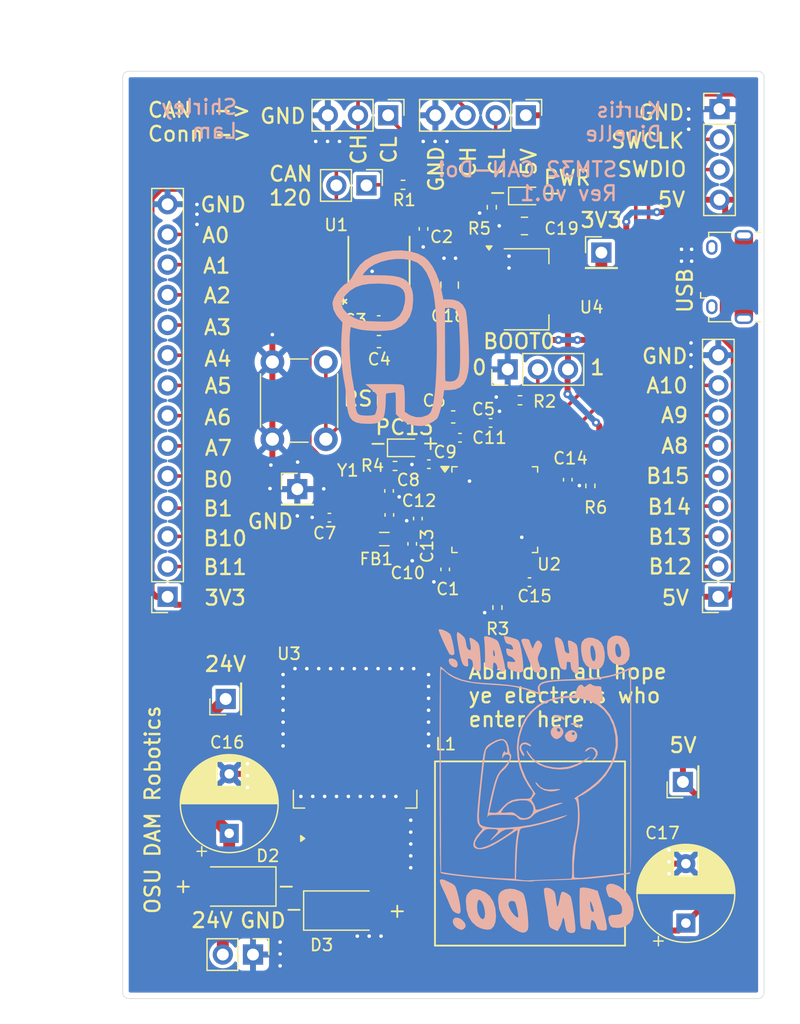
<source format=kicad_pcb>
(kicad_pcb (version 20240108) (generator "pcbnew") (generator_version "8.0")
  (title_block (title "STM32 CAN-Do!") (date "2024-11-09") (rev "v0.1") (company "OSU DAM Robotics") (comment 1 "Author: Kurtis Dinelle"))
  (layers (0 "F.Cu" signal) (31 "B.Cu" power) (34 "B.Paste" user) (35 "F.Paste" user) (36 "B.SilkS" user "B.Silkscreen") (37 "F.SilkS" user "F.Silkscreen") (38 "B.Mask" user) (39 "F.Mask" user) (44 "Edge.Cuts" user))
  (net 0 "")
  (net 1 "GND")
  (net 2 "+3.3V")
  (net 3 "+3.3VA")
  (net 4 "/STM32F103C8T6/OSC_IN")
  (net 5 "/STM32F103C8T6/OSC_OUT")
  (net 6 "/STM32F103C8T6/NRST")
  (net 7 "+5V")
  (net 8 "/STM32F103C8T6/CAN_RX")
  (net 9 "/STM32F103C8T6/LED_USR_R")
  (net 10 "USB_D+")
  (net 11 "/Power Regulation/LED_PWR_R")
  (net 13 "USB_D-")
  (net 14 "CAN_L")
  (net 15 "CAN_H")
  (net 16 "SWCLK")
  (net 17 "SWDIO")
  (net 18 "PB12")
  (net 19 "PB13")
  (net 20 "PB15")
  (net 21 "PA8")
  (net 26 "PB14")
  (net 29 "PA10")
  (net 30 "PA9")
  (net 31 "+24VPROT")
  (net 32 "+24V")
  (net 33 "PB1")
  (net 34 "PA5")
  (net 35 "PA2")
  (net 36 "PA4")
  (net 37 "PA7")
  (net 38 "PB10")
  (net 39 "PA1")
  (net 40 "PB0")
  (net 41 "PA6")
  (net 42 "PA3")
  (net 43 "PB11")
  (net 44 "PA0")
  (net 45 "/STM32F103C8T6/JMPR_BOOT0")
  (net 46 "/STM32F103C8T6/JMPR_CAN_T")
  (net 47 "/STM32F103C8T6/BOOT0")
  (net 48 "/STM32F103C8T6/BOOT1")
  (net 49 "/STM32F103C8T6/PC13")
  (net 50 "/STM32F103C8T6/CAN_TX")
  (net 62 "/Power Regulation/VOUT")
  (footprint "Connector_PinHeader_2.54mm:PinHeader_1x02_P2.54mm_Vertical" (layer "F.Cu") (at 137.525 55.6 -90)
    (property "Reference" "JP2")
    (property "Value" "Jumper_CAN_T")
  )
  (footprint "Capacitor_SMD:C_0805_2012Metric" (layer "F.Cu") (at 150.825 59.0125 180)
    (property "Reference" "C19")
    (property "Value" "22uF")
  )
  (footprint "Connector_PinHeader_2.54mm:PinHeader_1x02_P2.54mm_Vertical" (layer "F.Cu") (at 127.9675 120.302 -90)
    (property "Reference" "J2")
    (property "Value" "Conn_24V_DC")
  )
  (footprint "Connector_PinHeader_2.54mm:PinHeader_1x03_P2.54mm_Vertical" (layer "F.Cu") (at 149.41 71.075 90)
    (property "Reference" "JP1")
    (property "Value" "Jumper_BOOT")
  )
  (footprint "Connector_PinHeader_2.54mm:PinHeader_1x01_P2.54mm_Vertical" (layer "F.Cu") (at 157.3 61.25)
    (property "Reference" "TP3")
    (property "Value" "3.3V TP")
  )
  (footprint "LED_SMD:LED_0603_1608Metric" (layer "F.Cu") (at 140.775 77.675)
    (property "Reference" "D1")
    (property "Value" "LED_USR")
  )
  (footprint "Capacitor_SMD:C_0805_2012Metric" (layer "F.Cu") (at 144.525 63.9875 90)
    (property "Reference" "C18")
    (property "Value" "22uF")
  )
  (footprint "PE53829SNLT:IND_829SNLT_PUL" (layer "F.Cu") (at 151.2925 111.802 -90)
    (property "Reference" "L1")
    (property "Value" "PE-53829SNLT1:112uH")
  )
  (footprint "Capacitor_SMD:C_0402_1005Metric" (layer "F.Cu") (at 141.85 83.625 90)
    (property "Reference" "C13")
    (property "Value" "100nF")
  )
  (footprint "Diode_SMD:D_SMA" (layer "F.Cu") (at 135.7425 116.602)
    (property "Reference" "D3")
    (property "Value" "SS54")
  )
  (footprint "Connector_PinHeader_2.54mm:PinHeader_1x03_P2.54mm_Vertical" (layer "F.Cu") (at 139.35 49.7 -90)
    (property "Reference" "J5")
    (property "Value" "Conn_CAN_2")
  )
  (footprint "Capacitor_THT:CP_Radial_D8.0mm_P5.00mm" (layer "F.Cu") (at 164.4175 117.654651 90)
    (property "Reference" "C17")
    (property "Value" "Panasonic-FR-A:180uF/35V")
  )
  (footprint "Connector_PinSocket_2.54mm:PinSocket_1x09_P2.54mm_Vertical" (layer "F.Cu") (at 167.15 90.2 180)
    (property "Reference" "J7")
    (property "Value" "Conn_Pin_R")
  )
  (footprint "Capacitor_THT:CP_Radial_D8.0mm_P5.00mm" (layer "F.Cu") (at 125.9675 110.104651 90)
    (property "Reference" "C16")
    (property "Value" "Panasonic-FR-A:180uF/35V")
  )
  (footprint "Diode_SMD:D_SMA" (layer "F.Cu") (at 126.3925 114.577 180)
    (property "Reference" "D2")
    (property "Value" "SS54")
  )
  (footprint "LED_SMD:LED_0603_1608Metric" (layer "F.Cu") (at 150.975 56.4875)
    (property "Reference" "D4")
    (property "Value" "LED_PWR")
  )
  (footprint "Connector_PinHeader_2.54mm:PinHeader_1x04_P2.54mm_Vertical" (layer "F.Cu") (at 150.945 49.7 -90)
    (property "Reference" "J3")
    (property "Value" "Conn_CAN_1")
  )
  (footprint "Capacitor_SMD:C_0402_1005Metric" (layer "F.Cu") (at 138.555 66.9263 180)
    (property "Reference" "C3")
    (property "Value" "100nF")
  )
  (footprint "Capacitor_SMD:C_0402_1005Metric" (layer "F.Cu") (at 139.424999 81.302499 90)
    (property "Reference" "C8")
    (property "Value" "10pF")
  )
  (footprint "Connector_PinHeader_2.54mm:PinHeader_1x01_P2.54mm_Vertical" (layer "F.Cu") (at 125.6675 98.802 90)
    (property "Reference" "TP1")
    (property "Value" "24V TP")
  )
  (footprint "Connector_PinSocket_2.54mm:PinSocket_1x14_P2.54mm_Vertical" (layer "F.Cu") (at 120.775 90.205 180)
    (property "Reference" "J6")
    (property "Value" "Conn_Pin_L")
  )
  (footprint "Package_TO_SOT_SMD:TO-263-5_TabPin3" (layer "F.Cu") (at 136.5675 103.152 90)
    (property "Reference" "U3")
    (property "Value" "LM2596S-5")
  )
  (footprint "Capacitor_SMD:C_0402_1005Metric" (layer "F.Cu") (at 147.975 75.575)
    (property "Reference" "C5")
    (property "Value" "15pF")
  )
  (footprint "Package_QFP:LQFP-48_7x7mm_P0.5mm" (layer "F.Cu") (at 148.325 82.875)
    (property "Reference" "U2")
    (property "Value" "STM32F103C8T6")
  )
  (footprint "Capacitor_SMD:C_0402_1005Metric" (layer "F.Cu") (at 145.4 76.825)
    (property "Reference" "C11")
    (property "Value" "100nF")
  )
  (footprint "Capacitor_SMD:C_0603_1608Metric" (layer "F.Cu") (at 144.825 75.075)
    (property "Reference" "C6")
    (property "Value" "10uF")
  )
  (footprint "Resistor_SMD:R_0402_1005Metric" (layer "F.Cu") (at 156.375 80.875 -90)
    (property "Reference" "R6")
    (property "Value" "1k5")
  )
  (footprint "Capacitor_SMD:C_0402_1005Metric" (layer "F.Cu") (at 144.15 87.9 -90)
    (property "Reference" "C1")
    (property "Value" "100nF")
  )
  (footprint "Connector_USB:USB_Micro-B_Amphenol_10118194-0001LF_Horizontal" (layer "F.Cu") (at 168 63.305 90)
    (property "Reference" "J4")
    (property "Value" "USB_B_Micro")
  )
  (footprint "Capacitor_SMD:C_0402_1005Metric" (layer "F.Cu") (at 154.475 80.355 -90)
    (property "Reference" "C14")
    (property "Value" "100nF")
  )
  (footprint "Button_Switch_THT:SW_PUSH_6mm" (layer "F.Cu") (at 129.6 76.95 90)
    (property "Reference" "SW1")
    (property "Value" "SW_RST")
  )
  (footprint "Connector_PinHeader_2.54mm:PinHeader_1x01_P2.54mm_Vertical" (layer "F.Cu") (at 131.7 81.15)
    (property "Reference" "TP4")
    (property "Value" "GND TP")
  )
  (footprint "Connector_PinHeader_2.54mm:PinHeader_1x01_P2.54mm_Vertical" (layer "F.Cu") (at 164.1675 105.777 90)
    (property "Reference" "TP2")
    (property "Value" "5V TP")
  )
  (footprint "Capacitor_SMD:C_0402_1005Metric" (layer "F.Cu") (at 139.45 83.32 -90)
    (property "Reference" "C12")
    (property "Value" "10pF")
  )
  (footprint "ATA6561:SOIC8_4P9X3P9MC_MCH" (layer "F.Cu") (at 138.575 61.9875 90)
    (property "Reference" "U1")
    (property "Value" "ATA6561-GAQW-N")
  )
  (footprint "Package_TO_SOT_SMD:SOT-223-3_TabPin2" (layer "F.Cu") (at 150.975 64.3375)
    (property "Reference" "U4")
    (property "Value" "AMS1117-3.3")
  )
  (footprint "Resistor_SMD:R_0402_1005Metric" (layer "F.Cu") (at 139.925 79.2)
    (property "Reference" "R4")
    (property "Value" "1k5")
  )
  (footprint "NX3225GD:XTAL_NX3225GD-8MHZ-STD-CRA-3_NDK" (layer "F.Cu") (at 137.175 82.2975 90)
    (property "Reference" "Y1")
    (property "Value" "8MHz")
  )
  (footprint "Capacitor_SMD:C_0402_1005Metric" (layer "F.Cu") (at 134.4 83.55 180)
    (property "Reference" "C7")
    (property "Value" "1uF")
  )
  (footprint "Connector_PinHeader_2.54mm:PinHeader_1x04_P2.54mm_Vertical" (layer "F.Cu") (at 167.25 49.185)
    (property "Reference" "J1")
    (property "Value" "Conn_SWD")
  )
  (footprint "Resistor_SMD:R_0402_1005Metric" (layer "F.Cu") (at 148.55 91.11 90)
    (property "Reference" "R3")
    (property "Value" "10k")
  )
  (footprint "Inductor_SMD:L_0805_2012Metric" (layer "F.Cu") (at 139.025 85.35 180)
    (property "Reference" "FB1")
    (property "Value" "100R")
  )
  (footprint "Capacitor_SMD:C_0402_1005Metric" (layer "F.Cu") (at 142.325 59.2575 -90)
    (property "Reference" "C2")
    (property "Value" "100nF")
  )
  (footprint "Capacitor_SMD:C_0402_1005Metric" (layer "F.Cu") (at 151.25 88.975 180)
    (property "Reference" "C15")
    (property "Value" "100nF")
  )
  (footprint "Capacitor_SMD:C_0402_1005Metric" (layer "F.Cu") (at 142.775 79.05 180)
    (property "Reference" "C9")
    (property "Value" "100nF")
  )
  (footprint "Capacitor_SMD:C_0603_1608Metric" (layer "F.Cu") (at 138.575 68.7375 180)
    (property "Reference" "C4")
    (property "Value" "10uF")
  )
  (footprint "Resistor_SMD:R_0402_1005Metric" (layer "F.Cu") (at 150.45 73.675 180)
    (property "Reference" "R2")
    (property "Value" "10k")
  )
  (footprint "Resistor_SMD:R_0402_1005Metric" (layer "F.Cu") (at 148.075 57.4375 90)
    (property "Reference" "R5")
    (property "Value" "1k5")
  )
  (footprint "Capacitor_SMD:C_0402_1005Metric" (layer "F.Cu") (at 141.375 85.755 -90)
    (property "Reference" "C10")
    (property "Value" "1uF")
  )
  (footprint "Resistor_SMD:R_0402_1005Metric" (layer "F.Cu") (at 140.6 55.55)
    (property "Reference" "R1")
    (property "Value" "120")
  )
  (footprint "LOGO" (layer "B.Cu") (at 151.75 105.75 180)
    (property "Reference" "G***" (hide yes))
    (property "Value" "LOGO" (hide yes))
  )
  (footprint "LOGO" (layer "B.Cu") (at 140.5 68.25 180)
    (property "Reference" "G***" (hide yes))
    (property "Value" "LOGO" (hide yes))
  )
  (gr_line (start 117.5 46) (end 170.5 46) (stroke (width 0.05)) (layer "Edge.Cuts"))
  (gr_line (start 117 123.5) (end 117 46.5) (stroke (width 0.05)) (layer "Edge.Cuts"))
  (gr_line (start 171 46.5) (end 171 123.5) (stroke (width 0.05)) (layer "Edge.Cuts"))
  (gr_arc (start 170.5 46) (mid 170.853553 46.146447) (end 171 46.5) (stroke (width 0.05)) (layer "Edge.Cuts"))
  (gr_arc (start 117 46.5) (mid 117.146447 46.146447) (end 117.5 46) (stroke (width 0.05)) (layer "Edge.Cuts"))
  (gr_arc (start 117.5 124) (mid 117.146447 123.853553) (end 117 123.5) (stroke (width 0.05)) (layer "Edge.Cuts"))
  (gr_line (start 170.5 124) (end 117.5 124) (stroke (width 0.05)) (layer "Edge.Cuts"))
  (gr_arc (start 171 123.5) (mid 170.853553 123.853553) (end 170.5 124) (stroke (width 0.05)) (layer "Edge.Cuts"))
  (gr_text "Kurtis\nDinelle" (at 162.5 52 0) (layer "B.SilkS") (effects (font (size 1.25 1.25) (thickness 0.2)) (justify left bottom mirror)))
  (gr_text "STM32 CAN-Do!\nRev v0.1" (at 158.75 57 0) (layer "B.SilkS") (effects (font (size 1.25 1.25) (thickness 0.2)) (justify left bottom mirror)))
  (gr_text "Shirley\nLam" (at 126.75 51.75 0) (layer "B.SilkS") (effects (font (size 1.25 1.25) (thickness 0.2)) (justify left bottom mirror)))
  (gr_text "B13" (at 161.125 85.9 0) (layer "F.SilkS") (effects (font (size 1.25 1.25) (thickness 0.2)) (justify left bottom)))
  (gr_text "A1" (at 123.65 63.1 0) (layer "F.SilkS") (effects (font (size 1.25 1.25) (thickness 0.2)) (justify left bottom)))
  (gr_text "CAN\n120" (at 129.2 57.375 0) (layer "F.SilkS") (effects (font (size 1.25 1.25) (thickness 0.2) (bold yes)) (justify left bottom)))
  (gr_text "B11" (at 123.675 88.45 0) (layer "F.SilkS") (effects (font (size 1.25 1.25) (thickness 0.2)) (justify left bottom)))
  (gr_text "GND" (at 128.45 50.5 0) (layer "F.SilkS") (effects (font (size 1.25 1.25) (thickness 0.2)) (justify left bottom)))
  (gr_text "GND" (at 160.325 50.2 0) (layer "F.SilkS") (effects (font (size 1.25 1.25) (thickness 0.2)) (justify left bottom)))
  (gr_text "A7" (at 123.8 78.425 0) (layer "F.SilkS") (effects (font (size 1.25 1.25) (thickness 0.2)) (justify left bottom)))
  (gr_text "5V" (at 162.9175 103.427 0) (layer "F.SilkS") (effects (font (size 1.25 1.25) (thickness 0.2)) (justify left bottom)))
  (gr_text "B12" (at 161.15 88.4 0) (layer "F.SilkS") (effects (font (size 1.25 1.25) (thickness 0.2)) (justify left bottom)))
  (gr_text "PC13" (at 138.15 76.675 0) (layer "F.SilkS") (effects (font (size 1.25 1.25) (thickness 0.2)) (justify left bottom)))
  (gr_text "B10" (at 123.675 86.025 0) (layer "F.SilkS") (effects (font (size 1.25 1.25) (thickness 0.2)) (justify left bottom)))
  (gr_text "A10" (at 160.975 73.175 0) (layer "F.SilkS") (effects (font (size 1.25 1.25) (thickness 0.2)) (justify left bottom)))
  (gr_text "5V" (at 161.95 57.525 0) (layer "F.SilkS") (effects (font (size 1.25 1.25) (thickness 0.2)) (justify left bottom)))
  (gr_text "24V" (at 122.6675 118.152 0) (layer "F.SilkS") (effects (font (size 1.25 1.25) (thickness 0.2)) (justify left bottom)))
  (gr_text "Abandon all hope\nye electrons who\nenter here" (at 146 101.25 0) (layer "F.SilkS") (effects (font (size 1.25 1.25) (thickness 0.2)) (justify left bottom)))
  (gr_text "0" (at 146.3 71.65 0) (layer "F.SilkS") (effects (font (size 1.25 1.25) (thickness 0.2)) (justify left bottom)))
  (gr_text "+" (at 152.25 56.925 0) (layer "F.SilkS") (effects (font (size 1.25 1.25) (thickness 0.153)) (justify left bottom)))
  (gr_text "-" (at 129.8925 115.227 0) (layer "F.SilkS") (effects (font (size 1.25 1.25) (thickness 0.153)) (justify left bottom)))
  (gr_text "RST" (at 135.45 74.275 0) (layer "F.SilkS") (effects (font (size 1.25 1.25) (thickness 0.2)) (justify left bottom)))
  (gr_text "+" (at 139.2425 117.302 0) (layer "F.SilkS") (effects (font (size 1.25 1.25) (thickness 0.153)) (justify left bottom)))
  (gr_text "BOOT0" (at 147.225 69.45 0) (layer "F.SilkS") (effects (font (size 1.25 1.25) (thickness 0.2)) (justify left bottom)))
  (gr_text "OSU DAM Robotics" (at 120.25 117 90) (layer "F.SilkS") (effects (font (size 1.25 1.25) (thickness 0.2)) (justify left bottom)))
  (gr_text "GND" (at 144.125 56.25 90) (layer "F.SilkS") (effects (font (size 1.25 1.25) (thickness 0.2)) (justify left bottom)))
  (gr_text "+" (at 142.05 77.95 0) (layer "F.SilkS") (effects (font (size 1.25 1.25) (thickness 0.153)) (justify left bottom)))
  (gr_text "A2" (at 123.7 65.6 0) (layer "F.SilkS") (effects (font (size 1.25 1.25) (thickness 0.2)) (justify left bottom)))
  (gr_text "A8" (at 162.225 78.25 0) (layer "F.SilkS") (effects (font (size 1.25 1.25) (thickness 0.2)) (justify left bottom)))
  (gr_text "3V3" (at 123.775 91.025 0) (layer "F.SilkS") (effects (font (size 1.25 1.25) (thickness 0.2)) (justify left bottom)))
  (gr_text "B15" (at 160.95 80.775 0) (layer "F.SilkS") (effects (font (size 1.25 1.25) (thickness 0.2)) (justify left bottom)))
  (gr_text "CL" (at 140.15 53.875 90) (layer "F.SilkS") (effects (font (size 1.25 1.25) (thickness 0.2)) (justify left bottom)))
  (gr_text "USB" (at 165.075 66.45 90) (layer "F.SilkS") (effects (font (size 1.25 1.25) (thickness 0.2)) (justify left bottom)))
  (gr_text "GND" (at 160.6 70.7 0) (layer "F.SilkS") (effects (font (size 1.25 1.25) (thickness 0.2)) (justify left bottom)))
  (gr_text "CH" (at 146.825 55.025 90) (layer "F.SilkS") (effects (font (size 1.25 1.25) (thickness 0.2)) (justify left bottom)))
  (gr_text "1" (at 156.25 71.65 0) (layer "F.SilkS") (effects (font (size 1.25 1.25) (thickness 0.2)) (justify left bottom)))
  (gr_text "GND" (at 126.7675 118.177 0) (layer "F.SilkS") (effects (font (size 1.25 1.25) (thickness 0.2)) (justify left bottom)))
  (gr_text "A6" (at 123.75 75.85 0) (layer "F.SilkS") (effects (font (size 1.25 1.25) (thickness 0.2)) (justify left bottom)))
  (gr_text "5V" (at 162.275 91.025 0) (layer "F.SilkS") (effects (font (size 1.25 1.25) (thickness 0.2)) (justify left bottom)))
  (gr_text "B0" (at 123.675 81.075 0) (layer "F.SilkS") (effects (font (size 1.25 1.25) (thickness 0.2)) (justify left bottom)))
  (gr_text "-" (at 130.5425 117.177 0) (layer "F.SilkS") (effects (font (size 1.25 1.25) (thickness 0.153)) (justify left bottom)))
  (gr_text "A5" (at 123.775 73.2 0) (layer "F.SilkS") (effects (font (size 1.25 1.25) (thickness 0.2)) (justify left bottom)))
  (gr_text "GND" (at 123.425 57.95 0) (layer "F.SilkS") (effects (font (size 1.25 1.25) (thickness 0.2)) (justify left bottom)))
  (gr_text "GND" (at 127.4 84.6 0) (layer "F.SilkS") (effects (font (size 1.25 1.25) (thickness 0.2)) (justify left bottom)))
  (gr_text "SWDIO" (at 158.55 54.975 0) (layer "F.SilkS") (effects (font (size 1.25 1.25) (thickness 0.2)) (justify left bottom)))
  (gr_text "A4" (at 123.75 70.925 0) (layer "F.SilkS") (effects (font (size 1.25 1.25) (thickness 0.2)) (justify left bottom)))
  (gr_text "PWR" (at 152.325 55.7 0) (layer "F.SilkS") (effects (font (size 1.25 1.25) (thickness 0.2)) (justify left bottom)))
  (gr_text "5V" (at 151.925 54.875 90) (layer "F.SilkS") (effects (font (size 1.25 1.25) (thickness 0.2)) (justify left bottom)))
  (gr_text "-" (at 147.7 56.875 0) (layer "F.SilkS") (effects (font (size 1.25 1.25) (thickness 0.153)) (justify left bottom)))
  (gr_text "B14" (at 161.075 83.375 0) (layer "F.SilkS") (effects (font (size 1.25 1.25) (thickness 0.2)) (justify left bottom)))
  (gr_text "CAN  ->\nConn ->" (at 119 52 0) (layer "F.SilkS") (effects (font (size 1.25 1.25) (thickness 0.2)) (justify left bottom)))
  (gr_text "B1" (at 123.675 83.525 0) (layer "F.SilkS") (effects (font (size 1.25 1.25) (thickness 0.2)) (justify left bottom)))
  (gr_text "+" (at 121.2175 115.227 0) (layer "F.SilkS") (effects (font (size 1.25 1.25) (thickness 0.153)) (justify left bottom)))
  (gr_text "SWCLK" (at 158 52.575 0) (layer "F.SilkS") (effects (font (size 1.25 1.25) (thickness 0.2)) (justify left bottom)))
  (gr_text "24V" (at 123.7925 96.602 0) (layer "F.SilkS") (effects (font (size 1.25 1.25) (thickness 0.2)) (justify left bottom)))
  (gr_text "A3" (at 123.725 68.275 0) (layer "F.SilkS") (effects (font (size 1.25 1.25) (thickness 0.2)) (justify left bottom)))
  (gr_text "CH" (at 137.6 53.975 90) (layer "F.SilkS") (effects (font (size 1.25 1.25) (thickness 0.2)) (justify left bottom)))
  (gr_text "CL" (at 149.25 54.875 90) (layer "F.SilkS") (effects (font (size 1.25 1.25) (thickness 0.2)) (justify left bottom)))
  (gr_text "A0" (at 123.575 60.525 0) (layer "F.SilkS") (effects (font (size 1.25 1.25) (thickness 0.2)) (justify left bottom)))
  (gr_text "A9" (at 162.2 75.675 0) (layer "F.SilkS") (effects (font (size 1.25 1.25) (thickness 0.2)) (justify left bottom)))
  (gr_text "3V3" (at 155.425 59.25 0) (layer "F.SilkS") (effects (font (size 1.25 1.25) (thickness 0.2)) (justify left bottom)))
  (gr_text "-" (at 137.625 77.975 0) (layer "F.SilkS") (effects (font (size 1.25 1.25) (thickness 0.153)) (justify left bottom)))
  (segment (start 129.6 76.95) (end 129.6 70.45) (width 0.5) (layer "F.Cu") (net 1))
  (segment (start 143.325 49.7) (end 143.325 51.875) (width 0.5) (layer "F.Cu") (net 1))
  (segment (start 141.375 79.05) (end 141.35 79.075) (width 0.5) (layer "F.Cu") (net 1))
  (segment (start 136.5675 110.802) (end 136.5675 113.402) (width 0.5) (layer "F.Cu") (net 1))
  (segment (start 155.435 80.835) (end 155.45 80.85) (width 0.5) (layer "F.Cu") (net 1))
  (segment (start 137.94 66.7913) (end 138.075 66.9263) (width 0.5) (layer "F.Cu") (net 1))
  (segment (start 133.925 81.125) (end 133.9 81.15) (width 0.5) (layer "F.Cu") (net 1))
  (segment (start 139.424999 81.782499) (end 140.257499 81.782499) (width 0.5) (layer "F.Cu") (net 1))
  (segment (start 145.6 75.825) (end 145.88 76.105) (width 0.5) (layer "F.Cu") (net 1))
  (segment (start 164.88 69.88) (end 164.85 69.85) (width 0.5) (layer "F.Cu") (net 1))
  (segment (start 131.7 81.15) (end 131.7 78.9) (width 0.5) (layer "F.Cu") (net 1))
  (segment (start 137.8 67.725) (end 138.075 67.45) (width 0.5) (layer "F.Cu") (net 1))
  (segment (start 146.075 78.7125) (end 146.075 80.35) (width 0.3) (layer "F.Cu") (net 1))
  (segment (start 149.41 72.44) (end 148.45 73.4) (width 0.5) (layer "F.Cu") (net 1))
  (segment (start 137.8 68.7375) (end 137.8 67.725) (width 0.5) (layer "F.Cu") (net 1))
  (segment (start 123.25 57.2) (end 123.25 58.875) (width 0.5) (layer "F.Cu") (net 1))
  (segment (start 152.4875 80.625) (end 153.5 80.625) (width 0.3) (layer "F.Cu") (net 1))
  (segment (start 143.075 83.37812) (end 143.075 83.375) (width 0.3) (layer "F.Cu") (net 1))
  (segment (start 164.05 60.975) (end 164.05 61.975) (width 1) (layer "F.Cu") (net 1))
  (segment (start 139.45 81.8075) (end 139.424999 81.782499) (width 0.5) (layer "F.Cu") (net 1))
  (segment (start 131.7 81.15) (end 131.7 83.4) (width 0.5) (layer "F.Cu") (net 1))
  (segment (start 133.92 83.55) (end 132.975 83.55) (width 0.5) (layer "F.Cu") (net 1))
  (segment (start 129.6 70.45) (end 129.6 68.15) (width 0.5) (layer "F.Cu") (net 1))
  (segment (start 164.4175 112.654651) (end 163.154651 112.654651) (width 0.5) (layer "F.Cu") (net 1))
  (segment (start 144.15 88.38) (end 143.77 88.38) (width 0.5) (layer "F.Cu") (net 1))
  (segment (start 164.65 49.175) (end 164.65 50.875) (width 0.5) (layer "F.Cu") (net 1))
  (segment (start 142.325 60.75) (end 142.3 60.775) (width 0.5) (layer "F.Cu") (net 1))
  (segment (start 136.5675 113.402) (end 137.7425 114.577) (width 0.5) (layer "F.Cu") (net 1))
  (segment (start 145.6 75.075) (end 145.6 75.825) (width 0.5) (layer "F.Cu") (net 1))
  (segment (start 150.575 87.0375) (end 150.575 85.225) (width 0.3) (layer "F.Cu") (net 1))
  (segment (start 147.0725 57.9475) (end 147.05 57.925) (width 0.5) (layer "F.Cu") (net 1))
  (segment (start 145.88 76.105) (end 145.88 76.825) (width 0.5) (layer "F.Cu") (net 1))
  (segment (start 143.77 88.38) (end 143.2 88.95) (width 0.5) (layer "F.Cu") (net 1))
  (segment (start 146.075 78.7125) (end 146.075 77.575) (width 0.3) (layer "F.Cu") (net 1))
  (segment (start 150.77 88.545) (end 150.77 88.975) (width 0.3) (layer "F.Cu") (net 1))
  (segment (start 148.55 91.62) (end 147.555 91.62) (width 0.5) (layer "F.Cu") (net 1))
  (segment (start 150.575 88.35) (end 150.77 88.545) (width 0.3) (layer "F.Cu") (net 1))
  (segment (start 164.05 61.975) (end 164.9 61.975) (width 1) (layer "F.Cu") (net 1))
  (segment (start 127.354651 105.104651) (end 127.5 105.25) (width 0.5) (layer "F.Cu") (net 1))
  (segment (start 139.45 82.84) (end 139.45 81.8075) (width 0.5) (layer "F.Cu") (net 1))
  (segment (start 154.475 80.835) (end 155.435 80.835) (width 0.5) (layer "F.Cu") (net 1))
  (segment (start 144.1625 83.625) (end 143.32188 83.625) (width 0.3) (layer "F.Cu") (net 1))
  (segment (start 133.25 51.9) (end 135.25 51.9) (width 0.5) (layer "F.Cu") (net 1))
  (segment (start 143.325 51.875) (end 143.3 51.9) (width 0.5) (layer "F.Cu") (net 1))
  (segment (start 150.575 85.225) (end 150.6 85.2) (width 0.3) (layer "F.Cu") (net 1))
  (segment (start 141.375 86.235) (end 141.375 87.175) (width 0.5) (layer "F.Cu") (net 1))
  (segment (start 166.6 62.005) (end 164.93 62.005) (width 0.5) (layer "F.Cu") (net 1))
  (segment (start 143.075 83.375) (end 142.845 83.145) (width 0.3) (layer "F.Cu") (net 1))
  (segment (start 142.845 83.145) (end 141.85 83.145) (width 0.3) (layer "F.Cu") (net 1))
  (segment (start 141.56995 83.145) (end 140.907475 83.807475) (width 0.5) (layer "F.Cu") (net 1))
  (segment (start 133.9 81.15) (end 131.7 81.15) (width 0.5) (layer "F.Cu") (net 1))
  (segment (start 146.075 80.35) (end 146.2 80.475) (width 0.3) (layer "F.Cu") (net 1))
  (segment (start 141.85 83.145) (end 141.56995 83.145) (width 0.5) (layer "F.Cu") (net 1))
  (segment (start 148.455 74.87) (end 148.725 74.6) (width 0.5) (layer "F.Cu") (net 1))
  (segment (start 153.71 80.835) (end 154.475 80.835) (width 0.3) (layer "F.Cu") (net 1))
  (segment (start 164.66 49.185) (end 164.65 49.175) (width 0.5) (layer "F.Cu") (net 1))
  (segment (start 131.7 81.15) (end 129.45 81.15) (width 0.5) (layer "F.Cu") (net 1))
  (segment (start 148.455 75.575) (end 148.455 74.87) (width 0.5) (layer "F.Cu") (net 1))
  (segment (start 147.555 91.62) (end 147.475 91.54) (width 0.5) (layer "F.Cu") (net 1))
  (segment (start 129.45 81.15) (end 129.4 81.1) (width 0.5) (layer "F.Cu") (net 1))
  (segment (start 163 111.5) (end 163 113.5) (width 0.5) (layer "F.Cu") (net 1))
  (segment (start 153.5 80.625) (end 153.71 80.835) (width 0.3) (layer "F.Cu") (net 1))
  (segment (start 130.198 120.302) (end 130.25 120.25) (width 0.5) (layer "F.Cu") (net 1))
  (segment (start 164.9 61.975) (end 164.9 60.975) (width 1) (layer "F.Cu") (net 1))
  (segment (start 137.94 64.4513) (end 137.94 62.885) (width 0.5) (layer "F.Cu") (net 1))
  (segment (start 137.94 64.4513) (end 137.94 66.7913) (width 0.5) (layer "F.Cu") (net 1))
  (segment (start 150.575 87.0375) (end 150.575 88.35) (width 0.3) (layer "F.Cu") (net 1))
  (segment (start 146.075 77.575) (end 145.88 77.38) (width 0.3) (layer "F.Cu") (net 1))
  (segment (start 142.325 59.7375) (end 142.325 60.75) (width 0.5) (layer "F.Cu") (net 1))
  (segment (start 137.94 62.885) (end 138 62.825) (width 0.5) (layer "F.Cu") (net 1))
  (segment (start 167.25 49.185) (end 164.66 49.185) (width 0.5) (layer "F.Cu") (net 1))
  (segment (start 163.154651 112.654651) (end 163 112.5) (width 0.5) (layer "F.Cu") (net 1))
  (segment (start 137.7425 114.577) (end 137.7425 116.602) (width 0.5) (layer "F.Cu") (net 1))
  (segment (start 145.6 75.075) (end 145.6 74.85) (width 0.5) (layer "F.Cu") (net 1))
  (segment (start 138.075 67.45) (end 138.075 66.9263) (width 0.5) (layer "F.Cu") (net 1))
  (segment (start 164.93 62.005) (end 164.9 61.975) (width 0.5) (layer "F.Cu") (net 1))
  (segment (start 127.5 104.25) (end 127.5 106.25) (width 0.5) (layer "F.Cu") (net 1))
  (segment (start 125.9675 105.104651) (end 127.354651 105.104651) (width 0.5) (layer "F.Cu") (net 1))
  (segment (start 142.3 51.9) (end 144.3 51.9) (width 0.5) (layer "F.Cu") (net 1))
  (segment (start 140.257499 81.782499) (end 140.275 81.8) (width 0.5) (layer "F.Cu") (net 1))
  (segment (start 132.975 83.55) (end 132.95 83.525) (width 0.5) (layer "F.Cu") (net 1))
  (segment (start 148.7125 59.0125) (end 148.7 59) (width 0.5) (layer "F.Cu") (net 1))
  (segment (start 149.41 71.075) (end 149.41 72.44) (width 0.5) (layer "F.Cu") (net 1))
  (segment (start 129.6 76.95) (end 129.6 79) (width 0.5) (layer "F.Cu") (net 1))
  (segment (start 129.6 79) (end 129.475 79.125) (width 0.5) (layer "F.Cu") (net 1))
  (segment (start 127.9675 120.302) (end 130.198 120.302) (width 0.5) (layer "F.Cu") (net 1))
  (segment (start 164.85 68.85) (end 164.85 70.85) (width 0.5) (layer "F.Cu") (net 1))
  (segment (start 142.295 79.05) (end 141.375 79.05) (width 0.5) (layer "F.Cu") (net 1))
  (segment (start 143.32188 83.625) (end 143.075 83.37812) (width 0.3) (layer "F.Cu") (net 1))
  (segment (start 120.775 57.185) (end 123.235 57.185) (width 0.5) (layer "F.Cu") (net 1))
  (segment (start 164.9 60.975) (end 164.05 60.975) (width 1) (layer "F.Cu") (net 1))
  (segment (start 134.27 49.7) (end 134.27 51.905) (width 0.5) (layer "F.Cu") (net 1))
  (segment (start 130.25 119.25) (end 130.25 121.25) (width 0.5) (layer "F.Cu") (net 1))
  (segment (start 131.7 78.9) (end 131.725 78.875) (width 0.5) (layer "F.Cu") (net 1))
  (segment (start 123.235 57.185) (end 123.25 57.2) (width 0.5) (layer "F.Cu") (net 1))
  (segment (start 134.27 51.905) (end 134.25 51.925) (width 0.5) (layer "F.Cu") (net 1))
  (segment (start 167.15 69.88) (end 164.88 69.88) (width 0.5) (layer "F.Cu") (net 1))
  (segment (start 145.88 77.38) (end 145.88 76.825) (width 0.3) (layer "F.Cu") (net 1))
  (via (at 132 107) (size 0.7) (drill 0.3) (layers "F.Cu" "B.Cu") (net 1))
  (via (at 145.025 61.725) (size 0.7) (drill 0.3) (layers "F.Cu" "B.Cu") (net 1))
  (via (at 137 107) (size 0.7) (drill 0.3) (layers "F.Cu" "B.Cu") (net 1))
  (via (at 127.5 106.25) (size 0.7) (drill 0.3) (layers "F.Cu" "B.Cu") (net 1))
  (via (at 163 113.5) (size 0.7) (drill 0.3) (layers "F.Cu" "B.Cu") (net 1))
  (via (at 127.5 104.25) (size 0.7) (drill 0.3) (layers "F.Cu" "B.Cu") (net 1))
  (via (at 164.65 50.875) (size 0.7) (drill 0.3) (layers "F.Cu" "B.Cu") (net 1))
  (via (at 164.85 68.85) (size 0.7) (drill 0.3) (layers "F.Cu" "B.Cu") (net 1))
  (via (at 130.5 98.75) (size 0.7) (drill 0.3) (layers "F.Cu" "B.Cu") (net 1))
  (via (at 135.25 51.9) (size 0.7) (drill 0.3) (layers "F.Cu" "B.Cu") (net 1))
  (via (at 164.9 60.975) (size 0.7) (drill 0.3) (layers "F.Cu" "B.Cu") (net 1))
  (via (at 140.5 96.25) (size 0.7) (drill 0.3) (layers "F.Cu" "B.Cu") (net 1))
  (via (at 164.65 49.175) (size 0.7) (drill 0.3) (layers "F.Cu" "B.Cu") (net 1))
  (via (at 164.9 61.975) (size 0.7) (drill 0.3) (layers "F.Cu" "B.Cu") (net 1))
  (via (at 142.75 101.75) (size 0.7) (drill 0.3) (layers "F.Cu" "B.Cu") (net 1))
  (via (at 142.75 102.75) (size 0.7) (drill 0.3) (layers "F.Cu" "B.Cu") (net 1))
  (via (at 142.75 98.75) (size 0.7) (drill 0.3) (layers "F.Cu" "B.Cu") (net 1))
  (via (at 142.75 100.75) (size 0.7) (drill 0.3) (layers "F.Cu" "B.Cu") (net 1))
  (via (at 132.5 96.25) (size 0.7) (drill 0.3) (layers "F.Cu" "B.Cu") (net 1))
  (via (at 130.25 121.25) (size 0.7) (drill 0.3) (layers "F.Cu" "B.Cu") (net 1))
  (via (at 144.05 61.725) (size 0.7) (drill 0.3) (layers "F.Cu" "B.Cu") (net 1))
  (via (at 129.475 79.125) (size 0.7) (drill 0.3) (layers "F.Cu" "B.Cu") (net 1))
  (via (at 130.25 119.25) (size 0.7) (drill 0.3) (layers "F.Cu" "B.Cu") (net 1))
  (via (at 141.5 96.25) (size 0.7) (drill 0.3) (layers "F.Cu" "B.Cu") (net 1))
  (via (at 134 107) (size 0.7) (drill 0.3) (layers "F.Cu" "B.Cu") (net 1))
  (via (at 123.25 57.2) (size 0.7) (drill 0.3) (layers "F.Cu" "B.Cu") (net 1))
  (via (at 148.45 73.4) (size 0.7) (drill 0.3) (layers "F.Cu" "B.Cu") (net 1))
  (via (at 130.5 101.75) (size 0.7) (drill 0.3) (layers "F.Cu" "B.Cu") (net 1))
  (via (at 134.5 96.25) (size 0.7) (drill 0.3) (layers "F.Cu" "B.Cu") (net 1))
  (via (at 148.7 59) (size 0.7) (drill 0.3) (layers "F.Cu" "B.Cu") (net 1))
  (via (at 135.5 96.25) (size 0.7) (drill 0.3) (layers "F.Cu" "B.Cu") (net 1))
  (via (at 140.275 81.8) (size 0.7) (drill 0.3) (layers "F.Cu" "B.Cu") (net 1))
  (via (at 135 107) (size 0.7) (drill 0.3) (layers "F.Cu" "B.Cu") (net 1))
  (via (at 148.725 74.6) (size 0.7) (drill 0.3) (layers "F.Cu" "B.Cu") (net 1))
  (via (at 163 111.5) (size 0.7) (drill 0.3) (layers "F.Cu" "B.Cu") (net 1))
  (via (at 146.2 80.475) (size 0.7) (drill 0.3) (layers "F.Cu" "B.Cu") (net 1))
  (via (at 123.25 58.025) (size 0.7) (drill 0.3) (layers "F.Cu" "B.Cu") (net 1))
  (via (at 141.35 79.075) (size 0.7) (drill 0.3) (layers "F.Cu" "B.Cu") (net 1))
  (via (at 129.4 81.1) (size 0.7) (drill 0.3) (layers "F.Cu" "B.Cu") (net 1))
  (via (at 133.925 81.125) (size 0.7) (drill 0.3) (layers "F.Cu" "B.Cu") (net 1))
  (via (at 137.5 96.25) (size 0.7) (drill 0.3) (layers "F.Cu" "B.Cu") (net 1))
  (via (at 144.3 51.9) (size 0.7) (drill 0.3) (layers "F.Cu" "B.Cu") (net 1))
  (via (at 139 107) (size 0.7) (drill 0.3) (layers "F.Cu" "B.Cu") (net 1))
  (via (at 130.5 96.75) (size 0.7) (drill 0.3) (layers "F.Cu" "B.Cu") (net 1))
  (via (at 136.75 118.75) (size 0.7) (drill 0.3) (layers "F.Cu" "B.Cu") (net 1))
  (via (at 131.7 83.4) (size 0.7) (drill 0.3) (layers "F.Cu" "B.Cu") (net 1))
  (via (at 163 112.5) (size 0.7) (drill 0.3) (layers "F.Cu" "B.Cu") (net 1))
  (via (at 141.25 112) (size 0.7) (drill 0.3) (layers "F.Cu" "B.Cu") (net 1))
  (via (at 130.5 100.75) (size 0.7) (drill 0.3) (layers "F.Cu" "B.Cu") (net 1))
  (via (at 138 107) (size 0.7) (drill 0.3) (layers "F.Cu" "B.Cu") (net 1))
  (via (at 138.5 96.25) (size 0.7) (drill 0.3) (layers "F.Cu" "B.Cu") (net 1))
  (via (at 141.25 110) (size 0.7) (drill 0.3) (layers "F.Cu" "B.Cu") (net 1))
  (via (at 127.5 105.25) (size 0.7) (drill 0.3) (layers "F.Cu" "B.Cu") (net 1))
  (via (at 142.75 97.75) (size 0.7) (drill 0.3) (layers "F.Cu" "B.Cu") (net 1))
  (via (at 134.25 51.9) (size 0.7) (drill 0.3) (layers "F.Cu" "B.Cu") (net 1))
  (via (at 142.3 60.775) (size 0.7) (drill 0.3) (layers "F.Cu" "B.Cu") (net 1))
  (via (at 164.05 61.975) (size 0.7) (drill 0.3) (layers "F.Cu" "B.Cu") (net 1))
  (via (at 130.25 120.25) (size 0.7) (drill 0.3) (layers "F.Cu" "B.Cu") (net 1))
  (via (at 164.85 70.85) (size 0.7) (drill 0.3) (layers "F.Cu" "B.Cu") (net 1))
  (via (at 133.25 51.9) (size 0.7) (drill 0.3) (layers "F.Cu" "B.Cu") (net 1))
  (via (at 123.25 58.875) (size 0.7) (drill 0.3) (layers "F.Cu" "B.Cu") (net 1))
  (via (at 141.25 111) (size 0.7) (drill 0.3) (layers "F.Cu" "B.Cu") (net 1))
  (via (at 141.25 109) (size 0.7) (drill 0.3) (layers "F.Cu" "B.Cu") (net 1))
  (via (at 164.65 50.025) (size 0.7) (drill 0.3) (layers "F.Cu" "B.Cu") (net 1))
  (via (at 155.45 80.85) (size 0.7) (drill 0.3) (layers "F.Cu" "B.Cu") (net 1))
  (via (at 147.05 57.925) (size 0.7) (drill 0.3) (layers "F.Cu" "B.Cu") (net 1))
  (via (at 142.75 96.75) (size 0.7) (drill 0.3) (layers "F.Cu" "B.Cu") (net 1))
  (via (at 139.5 96.25) (size 0.7) (drill 0.3) (layers "F.Cu" "B.Cu") (net 1))
  (via (at 140 107) (size 0.7) (drill 0.3) (layers "F.Cu" "B.Cu") (net 1))
  (via (at 141.375 87.175) (size 0.7) (drill 0.3) (layers "F.Cu" "B.Cu") (net 1))
  (via (at 164.85 69.85) (size 0.7) (drill 0.3) (layers "F.Cu" "B.Cu") (net 1))
  (via (at 142.3 51.9) (size 0.7) (drill 0.3) (layers "F.Cu" "B.Cu") (net 1))
  (via (at 130.5 102.75) (size 0.7) (drill 0.3) (layers "F.Cu" "B.Cu") (net 1))
  (via (at 132.95 83.525) (size 0.7) (drill 0.3) (layers "F.Cu" "B.Cu") (net 1))
  (via (at 142.75 99.75) (size 0.7) (drill 0.3) (layers "F.Cu" "B.Cu") (net 1))
  (via (at 136 107) (size 0.7) (drill 0.3) (layers "F.Cu" "B.Cu") (net 1))
  (via (at 164.05 60.975) (size 0.7) (drill 0.3) (layers "F.Cu" "B.Cu") (net 1))
  (via (at 137.75 118.75) (size 0.7) (drill 0.3) (layers "F.Cu" "B.Cu") (net 1))
  (via (at 149.525 61.55) (size 0.7) (drill 0.3) (layers "F.Cu" "B.Cu") (net 1))
  (via (at 138 62.825) (size 0.7) (drill 0.3) (layers "F.Cu" "B.Cu") (net 1))
  (via (at 133.5 96.25) (size 0.7) (drill 0.3) (layers "F.Cu" "B.Cu") (net 1))
  (via (at 138.75 118.75) (size 0.7) (drill 0.3) (layers "F.Cu" "B.Cu") (net 1))
  (via (at 131.725 78.875) (size 0.7) (drill 0.3) (layers "F.Cu" "B.Cu") (net 1))
  (via (at 149.525 62.55) (size 0.7) (drill 0.3) (layers "F.Cu" "B.Cu") (net 1))
  (via (at 136.5 96.25) (size 0.7) (drill 0.3) (layers "F.Cu" "B.Cu") (net 1))
  (via (at 147.475 91.54) (size 0.7) (drill 0.3) (layers "F.Cu" "B.Cu") (net 1))
  (via (at 143.3 51.9) (size 0.7) (drill 0.3) (layers "F.Cu" "B.Cu") (net 1))
  (via (at 130.5 97.75) (size 0.7) (drill 0.3) (layers "F.Cu" "B.Cu") (net 1))
  (via (at 130.5 99.75) (size 0.7) (drill 0.3) (layers "F.Cu" "B.Cu") (net 1))
  (via (at 129.6 68.15) (size 0.7) (drill 0.3) (layers "F.Cu" "B.Cu") (net 1))
  (via (at 150.6 85.2) (size 0.7) (drill 0.3) (layers "F.Cu" "B.Cu") (net 1))
  (via (at 133 107) (size 0.7) (drill 0.3) (layers "F.Cu" "B.Cu") (net 1))
  (via (at 131.5 96.25) (size 0.7) (drill 0.3) (layers "F.Cu" "B.Cu") (net 1))
  (via (at 140.907475 83.807475) (size 0.7) (drill 0.3) (layers "F.Cu" "B.Cu") (net 1))
  (via (at 143.2 88.95) (size 0.7) (drill 0.3) (layers "F.Cu" "B.Cu") (net 1))
  (via (at 141.25 113) (size 0.7) (drill 0.3) (layers "F.Cu" "B.Cu") (net 1))
  (segment (start 136.019623 94.55) (end 145.523276 94.55) (width 0.5) (layer "F.Cu") (net 2))
  (segment (start 135.825 67.975) (end 135.825 66.525) (width 0.5) (layer "F.Cu") (net 2))
  (segment (start 157.125 78.775) (end 157.125 75.825) (width 0.5) (layer "F.Cu") (net 2))
  (segment (start 151.075 87.95) (end 151.73 88.605) (width 0.3) (layer "F.Cu") (net 2))
  (segment (start 156.6375 64.3375) (end 157.3 63.675) (width 1) (layer "F.Cu") (net 2))
  (segment (start 154.475 79.875) (end 156.35 79.875) (width 0.5) (layer "F.Cu") (net 2))
  (segment (start 146.733276 93.34) (end 149.690635 93.34) (width 0.5) (layer "F.Cu") (net 2))
  (segment (start 124.135 55.885) (end 134.7 66.45) (width 0.5) (layer "F.Cu") (net 2))
  (segment (start 140.48 59.5237) (end 140.48 58.42) (width 0.5) (layer "F.Cu") (net 2))
  (segment (start 141.975 58.25) (end 142.325 58.6) (width 0.5) (layer "F.Cu") (net 2))
  (segment (start 143.25 79.75) (end 143.255 79.745) (width 0.3) (layer "F.Cu") (net 2))
  (segment (start 144.05 75.955) (end 144.92 76.825) (width 0.5) (layer "F.Cu") (net 2))
  (segment (start 134.88 83.55) (end 134.88 80.075) (width 0.5) (layer "F.Cu") (net 2))
  (segment (start 151.7625 56.4875) (end 150.8375 55.5625) (width 0.5) (layer "F.Cu") (net 2))
  (segment (start 154.125 64.3375) (end 156.6375 64.3375) (width 1) (layer "F.Cu") (net 2))
  (segment (start 135.825 66.525) (end 135.825 63.132301) (width 0.5) (layer "F.Cu") (net 2))
  (segment (start 121.445 90.875) (end 132.344623 90.875) (width 0.5) (layer "F.Cu") (net 2))
  (segment (start 132.344623 90.875) (end 136.019623 94.55) (width 0.5) (layer "F.Cu") (net 2))
  (segment (start 151.775 59.0125) (end 151.775 56.5) (width 0.5) (layer "F.Cu") (net 2))
  (segment (start 140.48 60.72) (end 140.48 59.5237) (width 0.5) (layer "F.Cu") (net 2))
  (segment (start 143.255 79.745) (end 143.255 79.05) (width 0.3) (layer "F.Cu") (net 2))
  (segment (start 143.425 80.125) (end 143.25 79.95) (width 0.3) (layer "F.Cu") (net 2))
  (segment (start 144.05 75.075) (end 144.05 75.955) (width 0.5) (layer "F.Cu") (net 2))
  (segment (start 157.3 63.675) (end 157.3 61.25) (width 1) (layer "F.Cu") (net 2))
  (segment (start 144.05 75.075) (end 141.001472 75.075) (width 0.5) (layer "F.Cu") (net 2))
  (segment (start 132.65 69.84939) (end 134.52439 67.975) (width 0.5) (layer "F.Cu") (net 2))
  (segment (start 140.65 58.25) (end 141.975 58.25) (width 0.5) (layer "F.Cu") (net 2))
  (segment (start 141.325 76.375) (end 139.35 76.375) (width 0.5) (layer "F.Cu") (net 2))
  (segment (start 151.075 87.0375) (end 151.075 87.95) (width 0.3) (layer "F.Cu") (net 2))
  (segment (start 134.88 80.075) (end 134.88 79.78061) (width 0.5) (layer "F.Cu") (net 2))
  (segment (start 156.375 79.525) (end 157.125 78.775) (width 0.5) (layer "F.Cu") (net 2))
  (segment (start 156.375 80.365) (end 156.375 79.9) (width 0.5) (layer "F.Cu") (net 2))
  (segment (start 156.375 79.9) (end 156.375 79.525) (width 0.5) (layer "F.Cu") (net 2))
  (segment (start 134.52439 67.975) (end 135.825 67.975) (width 0.5) (layer "F.Cu") (net 2))
  (segment (start 120.775 90.205) (end 121.445 90.875) (width 0.5) (layer "F.Cu") (net 2))
  (segment (start 120.236522 55.885) (end 124.135 55.885) (width 0.5) (layer "F.Cu") (net 2))
  (segment (start 141.5625 77.675) (end 141.5625 76.6125) (width 0.5) (layer "F.Cu") (net 2))
  (segment (start 134.88 79.78061) (end 132.65 77.55061) (width 0.5) (layer "F.Cu") (net 2))
  (segment (start 154.455025 73.155025) (end 154.455025 71.109975) (width 0.5) (layer "F.Cu") (net 2))
  (segment (start 157.125 75.825) (end 156.85 75.55) (width 0.5) (layer "F.Cu") (net 2))
  (segment (start 137.9625 85.35) (end 136.68 85.35) (width 0.5) (layer "F.Cu") (net 2))
  (segment (start 132.65 77.55061) (end 132.65 69.84939) (width 0.5) (layer "F.Cu") (net 2))
  (segment (start 120.775 90.205) (end 119.83 90.205) (width 0.5) (layer "F.Cu") (net 2))
  (segment (start 141.001472 75.075) (end 135.825 69.898528) (width 0.5) (layer "F.Cu") (net 2))
  (segment (start 135.75 66.45) (end 135.825 66.525) (width 0.5) (layer "F.Cu") (net 2))
  (segment (start 137.998602 60.958699) (end 140.241301 60.958699) (width 0.5) (layer "F.Cu") (net 2))
  (segment (start 119.425 89.8) (end 119.425 56.696522) (width 0.5) (layer "F.Cu") (net 2))
  (segment (start 141.5625 77.675) (end 142.189999 77.675) (width 0.5) (layer "F.Cu") (net 2))
  (segment (start 135.65 80.075) (end 134.88 80.075) (width 0.5) (layer "F.Cu") (net 2))
  (segment (start 145.575 77.95) (end 144.92 77.295) (width 0.3) (layer "F.Cu") (net 2))
  (segment (start 154.49 71.075) (end 154.49 64.7025) (width 0.5) (layer "F.Cu") (net 2))
  (segment (start 142.325 58.6) (end 142.325 58.7775) (width 0.5) (layer "F.Cu") (net 2))
  (segment (start 151.73 91.300635) (end 151.73 88.975) (width 0.5) (layer "F.Cu") (net 2))
  (segment (start 151.775 56.5) (end 151.7625 56.4875) (width 0.5) (layer "F.Cu") (net 2))
  (segment (start 145.575 78.7125) (end 145.575 77.95) (width 0.3) (layer "F.Cu") (net 2))
  (segment (start 145.523276 94.55) (end 146.733276 93.34) (width 0.5) (layer "F.Cu") (net 2))
  (segment (start 136.68 85.35) (end 134.88 83.55) (width 0.5) (layer "F.Cu") (net 2))
  (segment (start 119.83 90.205) (end 119.425 89.8) (width 0.5) (layer "F.Cu") (net 2))
  (segment (start 135.825 63.132301) (end 137.998602 60.958699) (width 0.5) (layer "F.Cu") (net 2))
  (segment (start 143.25 79.95) (end 143.25 79.75) (width 0.3) (layer "F.Cu") (net 2))
  (segment (start 141.5625 76.6125) (end 141.325 76.375) (width 0.5) (layer "F.Cu") (net 2))
  (segment (start 140.241301 60.958699) (end 140.48 60.72) (width 0.5) (layer "F.Cu") (net 2))
  (segment (start 144.1625 80.125) (end 143.425 80.125) (width 0.3) (layer "F.Cu") (net 2))
  (segment (start 135.825 69.898528) (end 135.825 67.975) (width 0.5) (layer "F.Cu") (net 2))
  (segment (start 150.8375 55.5625) (end 147.3125 55.5625) (width 0.5) (layer "F.Cu") (net 2))
  (segment (start 151.73 88.605) (end 151.73 88.975) (width 0.3) (layer "F.Cu") (net 2))
  (segment (start 156.35 79.875) (end 156.375 79.9) (width 0.5) (layer "F.Cu") (net 2))
  (segment (start 134.7 66.45) (end 135.75 66.45) (width 0.5) (layer "F.Cu") (net 2))
  (segment (start 153.55 79.875) (end 154.475 79.875) (width 0.3) (layer "F.Cu") (net 2))
  (segment (start 153.3 80.125) (end 153.55 79.875) (width 0.3) (layer "F.Cu") (net 2))
  (segment (start 154.49 64.7025) (end 154.125 64.3375) (width 0.5) (layer "F.Cu") (net 2))
  (segment (start 139.35 76.375) (end 135.65 80.075) (width 0.5) (layer "F.Cu") (net 2))
  (segment (start 152.4875 80.125) (end 153.3 80.125) (width 0.3) (layer "F.Cu") (net 2))
  (segment (start 143.255 78.740001) (end 143.255 79.05) (width 0.5) (layer "F.Cu") (net 2))
  (segment (start 142.189999 77.675) (end 143.255 78.740001) (width 0.5) (layer "F.Cu") (net 2))
  (segment (start 144.92 77.295) (end 144.92 76.825) (width 0.3) (layer "F.Cu") (net 2))
  (segment (start 149.690635 93.34) (end 151.73 91.300635) (width 0.5) (layer "F.Cu") (net 2))
  (segment (start 140.48 58.42) (end 140.65 58.25) (width 0.5) (layer "F.Cu") (net 2))
  (segment (start 144.0975 58.7775) (end 142.325 58.7775) (width 0.5) (layer "F.Cu") (net 2))
  (segment (start 119.425 56.696522) (end 120.236522 55.885) (width 0.5) (layer "F.Cu") (net 2))
  (segment (start 154.455025 71.109975) (end 154.49 71.075) (width 0.5) (layer "F.Cu") (net 2))
  (segment (start 147.3125 55.5625) (end 144.0975 58.7775) (width 0.5) (layer "F.Cu") (net 2))
  (via (at 154.455025 73.155025) (size 0.7) (drill 0.3) (layers "F.Cu" "B.Cu") (net 2))
  (via (at 156.85 75.55) (size 0.7) (drill 0.3) (layers "F.Cu" "B.Cu") (net 2))
  (segment (start 156.85 75.55) (end 154.455025 73.155025) (width 0.5) (layer "B.Cu") (net 2))
  (segment (start 141.375 84.58) (end 141.85 84.105) (width 0.5) (layer "F.Cu") (net 3))
  (segment (start 141.3 85.35) (end 141.375 85.275) (width 0.5) (layer "F.Cu") (net 3))
  (segment (start 141.375 85.275) (end 141.375 84.58) (width 0.5) (layer "F.Cu") (net 3))
  (segment (start 140.0875 85.35) (end 141.3 85.35) (width 0.5) (layer "F.Cu") (net 3))
  (segment (start 144.1625 84.124999) (end 141.869999 84.124999) (width 0.3) (layer "F.Cu") (net 3))
  (segment (start 141.869999 84.124999) (end 141.85 84.105) (width 0.3) (layer "F.Cu") (net 3))
  (segment (start 141.622499 80.822499) (end 139.424999 80.822499) (width 0.3) (layer "F.Cu") (net 4))
  (segment (start 137.697501 80.822499) (end 137.175 81.345) (width 0.3) (layer "F.Cu") (net 4))
  (segment (start 139.424999 80.822499) (end 137.697501 80.822499) (width 0.3) (layer "F.Cu") (net 4))
  (segment (start 142.925 82.125) (end 141.622499 80.822499) (width 0.3) (layer "F.Cu") (net 4))
  (segment (start 144.1625 82.125) (end 142.925 82.125) (width 0.3) (layer "F.Cu") (net 4))
  (segment (start 139.925 83.8) (end 139.45 83.8) (width 0.3) (layer "F.Cu") (net 5))
  (segment (start 142.492893 82.4) (end 141.325 82.4) (width 0.3) (layer "F.Cu") (net 5))
  (segment (start 142.717893 82.625) (end 142.492893 82.4) (width 0.3) (layer "F.Cu") (net 5))
  (segment (start 139.45 83.8) (end 137.725 83.8) (width 0.3) (layer "F.Cu") (net 5))
  (segment (start 141.325 82.4) (end 139.925 83.8) (width 0.3) (layer "F.Cu") (net 5))
  (segment (start 137.725 83.8) (end 137.175 83.25) (width 0.3) (layer "F.Cu") (net 5))
  (segment (start 144.1625 82.625) (end 142.717893 82.625) (width 0.3) (layer "F.Cu") (net 5))
  (segment (start 144.15 86.97812) (end 145.25 85.87812) (width 0.3) (layer "F.Cu") (net 6))
  (segment (start 145.06406 79.68594) (end 145.25 79.87188) (width 0.3) (layer "F.Cu") (net 6))
  (segment (start 142.275 75.7) (end 145.06406 78.48906) (width 0.3) (layer "F.Cu") (net 6))
  (segment (start 145.25 79.87188) (end 145.25 83.35) (width 0.3) (layer "F.Cu") (net 6))
  (segment (start 145.25 85.87812) (end 145.25 83.35) (width 0.3) (layer "F.Cu") (net 6))
  (segment (start 134.1 76.95) (end 135.35 75.7) (width 0.3) (layer "F.Cu") (net 6))
  (segment (start 144.15 87.42) (end 144.15 86.97812) (width 0.3) (layer "F.Cu") (net 6))
  (segment (start 145.06406 78.48906) (end 145.06406 79.68594) (width 0.3) (layer "F.Cu") (net 6))
  (segment (start 145.025 83.125) (end 144.1625 83.125) (width 0.3) (layer "F.Cu") (net 6))
  (segment (start 135.35 75.7) (end 142.275 75.7) (width 0.3) (layer "F.Cu") (net 6))
  (segment (start 145.25 83.35) (end 145.025 83.125) (width 0.3) (layer "F.Cu") (net 6))
  (segment (start 134.1 70.45) (end 134.1 76.95) (width 0.3) (layer "F.Cu") (net 6))
  (segment (start 144.525 64.9375) (end 143.5625 64.9375) (width 0.5) (layer "F.Cu") (net 7))
  (segment (start 168.875 48.21) (end 168.54 47.875) (width 0.5) (layer "F.Cu") (net 7))
  (segment (start 167.15 90.2) (end 167.975 90.2) (width 0.5) (layer "F.Cu") (net 7))
  (segment (start 139.433699 63.016301) (end 139.21 63.24) (width 0.5) (layer "F.Cu") (net 7))
  (segment (start 168.795 56.805) (end 168.875 56.725) (width 0.5) (layer "F.Cu") (net 7))
  (segment (start 155.29 68.6) (end 156.275 68.6) (width 0.5) (layer "F.Cu") (net 7))
  (segment (start 167.725 64.285588) (end 167.725 57.28) (width 0.5) (layer "F.Cu") (net 7))
  (segment (start 164.4175 117.654651) (end 165.6675 116.404651) (width 0.5) (layer "F.Cu") (net 7))
  (segment (start 168.54 47.875) (end 154.5 47.875) (width 0.5) (layer "F.Cu") (net 7))
  (segment (start 138.2675 113.102) (end 143.4445 118.279) (width 0.5) (layer "F.Cu") (net 7))
  (segment (start 148.5 68.6) (end 153.69 68.6) (width 0.5) (layer "F.Cu") (net 7))
  (segment (start 159.4 65.475) (end 159.4 58.65) (width 0.5) (layer "F.Cu") (net 7))
  (segment (start 167.525 65.075) (end 167.055 64.605) (width 0.5) (layer "F.Cu") (net 7))
  (segment (start 139.21 64.4513) (end 139.21 66.7513) (width 0.5) (layer "F.Cu") (net 7))
  (segment (start 139.21 66.7513) (end 139.035 66.9263) (width 0.5) (layer "F.Cu") (net 7))
  (segment (start 148.425 68.525) (end 148.5 68.6) (width 0.5) (layer "F.Cu") (net 7))
  (segment (start 168.45 89.725) (end 168.45 69.341522) (width 0.5) (layer "F.Cu") (net 7))
  (segment (start 154.5 47.875) (end 152.675 49.7) (width 0.5) (layer "F.Cu") (net 7))
  (segment (start 139.21 63.24) (end 139.21 64.4513) (width 0.5) (layer "F.Cu") (net 7))
  (segment (start 164.12 56.805) (end 167.25 56.805) (width 0.5) (layer "F.Cu") (net 7))
  (segment (start 167.975 90.2) (end 168.45 89.725) (width 0.5) (layer "F.Cu") (net 7))
  (segment (start 168.875 56.725) (end 168.875 48.21) (width 0.5) (layer "F.Cu") (net 7))
  (segment (start 164.1675 105.777) (end 164.1675 90.8325) (width 0.5) (layer "F.Cu") (net 7))
  (segment (start 138.2675 110.802) (end 138.2675 113.102) (width 0.5) (layer "F.Cu") (net 7))
  (segment (start 139.35 67.875) (end 139.035 67.56) (width 0.5) (layer "F.Cu") (net 7))
  (segment (start 164.8 90.2) (end 167.15 90.2) (width 0.5) (layer "F.Cu") (net 7))
  (segment (start 147.825 66.6375) (end 147.825 67.925) (width 0.5) (layer "F.Cu") (net 7))
  (segment (start 161.975 57.85) (end 163.075 57.85) (width 0.5) (layer "F.Cu") (net 7))
  (segment (start 167.405588 64.605) (end 167.725 64.285588) (width 0.5) (layer "F.Cu") (net 7))
  (segment (start 167.525 68.416522) (end 167.525 65.075) (width 0.5) (layer "F.Cu") (net 7))
  (segment (start 165.6675 107.277) (end 164.1675 105.777) (width 0.5) (layer "F.Cu") (net 7))
  (segment (start 167.25 56.805) (end 168.795 56.805) (width 0.5) (layer "F.Cu") (net 7))
  (segment (start 141.641301 63.016301) (end 139.433699 63.016301) (width 0.5) (layer "F.Cu") (net 7))
  (segment (start 139.035 67.56) (end 139.035 66.9263) (width 0.5) (layer "F.Cu") (net 7))
  (segment (start 163.075 57.85) (end 164.12 56.805) (width 0.5) (layer "F.Cu") (net 7))
  (segment (start 143.4445 118.279) (end 151.2925 118.279) (width 0.5) (layer "F.Cu") (net 7))
  (segment (start 163.793151 118.279) (end 151.2925 118.279) (width 0.5) (layer "F.Cu") (net 7))
  (segment (start 165.6675 116.404651) (end 165.6675 107.277) (width 0.5) (layer "F.Cu") (net 7))
  (segment (start 156.275 68.6) (end 159.4 65.475) (width 0.5) (layer "F.Cu") (net 7))
  (segment (start 147.825 67.925) (end 148.425 68.525) (width 0.5) (layer "F.Cu") (net 7))
  (segment (start 164.4175 117.654651) (end 163.793151 118.279) (width 0.5) (layer "F.Cu") (net 7))
  (segment (start 167.055 64.605) (end 166.6 64.605) (width 0.5) (layer "F.Cu") (net 7))
  (segment (start 139.35 68.7375) (end 139.35 67.875) (width 0.5) (layer "F.Cu") (net 7))
  (segment (start 143.5625 64.9375) (end 141.641301 63.016301) (width 0.5) (layer "F.Cu") (net 7))
  (segment (start 166.6 64.605) (end 167.405588 64.605) (width 0.5) (layer "F.Cu") (net 7))
  (segment (start 167.725 57.28) (end 167.25 56.805) (width 0.5) (layer "F.Cu") (net 7))
  (segment (start 152.675 49.7) (end 150.945 49.7) (width 0.5) (layer "F.Cu") (net 7))
  (segment (start 168.45 69.341522) (end 167.525 68.416522) (width 0.5) (layer "F.Cu") (net 7))
  (segment (start 164.1675 90.8325) (end 164.8 90.2) (width 0.5) (layer "F.Cu") (net 7))
  (via (at 153.69 68.6) (size 0.7) (drill 0.3) (layers "F.Cu" "B.Cu") (net 7))
  (via (at 159.4 58.65) (size 0.7) (drill 0.3) (layers "F.Cu" "B.Cu") (net 7))
  (via (at 161.975 57.85) (size 0.7) (drill 0.3) (layers "F.Cu" "B.Cu") (net 7))
  (via (at 155.29 68.6) (size 0.7) (drill 0.3) (layers "F.Cu" "B.Cu") (net 7))
  (segment (start 159.875 57.875) (end 161.95 57.875) (width 0.5) (layer "B.Cu") (net 7))
  (segment (start 159.4 58.35) (end 159.875 57.875) (width 0.5) (layer "B.Cu") (net 7))
  (segment (start 161.95 57.875) (end 161.975 57.85) (width 0.5) (layer "B.Cu") (net 7))
  (segment (start 159.4 58.65) (end 159.4 58.35) (width 0.5) (layer "B.Cu") (net 7))
  (segment (start 153.69 68.6) (end 155.29 68.6) (width 0.5) (layer "B.Cu") (net 7))
  (segment (start 147.075001 78.7125) (end 147.075001 77.599999) (width 0.3) (layer "F.Cu") (net 8))
  (segment (start 145.457106 72.775) (end 147.495 74.812894) (width 0.3) (layer "F.Cu") (net 8))
  (segment (start 147.075001 77.599999) (end 147.495 77.18) (width 0.3) (layer "F.Cu") (net 8))
  (segment (start 140.48 69.305) (end 143.95 72.775) (width 0.3) (layer "F.Cu") (net 8))
  (segment (start 143.95 72.775) (end 145.457106 72.775) (width 0.3) (layer "F.Cu") (net 8))
  (segment (start 147.495 77.18) (end 147.495 75.575) (width 0.3) (layer "F.Cu") (net 8))
  (segment (start 140.48 64.4513) (end 140.48 69.305) (width 0.3) (layer "F.Cu") (net 8))
  (segment (start 147.495 74.812894) (end 147.495 75.575) (width 0.3) (layer "F.Cu") (net 8))
  (segment (start 139.415 79.2) (end 139.415 78.2475) (width 0.5) (layer "F.Cu") (net 9))
  (segment (start 139.415 78.2475) (end 139.9875 77.675) (width 0.5) (layer "F.Cu") (net 9))
  (segment (start 158.425 79.746446) (end 158.425 74.196446) (width 0.25) (layer "F.Cu") (net 10))
  (segment (start 162.475 64.896446) (end 163.991446 63.38) (width 0.25) (layer "F.Cu") (net 10))
  (segment (start 162.475 70.146446) (end 162.475 64.896446) (width 0.25) (layer "F.Cu") (net 10))
  (segment (start 163.991446 63.38) (end 165.512499 63.38) (width 0.25) (layer "F.Cu") (net 10))
  (segment (start 165.587499 63.305) (end 166.6 63.305) (width 0.25) (layer "F.Cu") (net 10))
  (segment (start 165.512499 63.38) (end 165.587499 63.305) (width 0.25) (layer "F.Cu") (net 10))
  (segment (start 156.546445 81.625001) (end 158.425 79.746446) (width 0.25) (layer "F.Cu") (net 10))
  (segment (start 152.4875 81.625001) (end 156.546445 81.625001) (width 0.25) (layer "F.Cu") (net 10))
  (segment (start 158.425 74.196446) (end 162.475 70.146446) (width 0.25) (layer "F.Cu") (net 10))
  (segment (start 150.1875 56.4875) (end 148.515 56.4875) (width 0.5) (layer "F.Cu") (net 11))
  (segment (start 148.515 56.4875) (end 148.075 56.9275) (width 0.5) (layer "F.Cu") (net 11))
  (segment (start 164.198554 63.88) (end 165.512499 63.88) (width 0.25) (layer "F.Cu") (net 13))
  (segment (start 158.925 74.403554) (end 162.975 70.353554) (width 0.25) (layer "F.Cu") (net 13))
  (segment (start 152.487501 82.125001) (end 156.753553 82.125001) (width 0.25) (layer "F.Cu") (net 13))
  (segment (start 156.753553 82.125001) (end 158.925 79.953554) (width 0.25) (layer "F.Cu") (net 13))
  (segment (start 165.512499 63.88) (end 165.587499 63.955) (width 0.25) (layer "F.Cu") (net 13))
  (segment (start 162.975 70.353554) (end 162.975 65.103554) (width 0.25) (layer "F.Cu") (net 13))
  (segment (start 162.975 65.103554) (end 164.198554 63.88) (width 0.25) (layer "F.Cu") (net 13))
  (segment (start 165.587499 63.955) (end 166.6 63.955) (width 0.25) (layer "F.Cu") (net 13))
  (segment (start 152.4875 82.125) (end 152.487501 82.125001) (width 0.25) (layer "F.Cu") (net 13))
  (segment (start 158.925 79.953554) (end 158.925 74.403554) (width 0.25) (layer "F.Cu") (net 13))
  (segment (start 141.11 55.55) (end 141.11 52.675) (width 0.3) (layer "F.Cu") (net 14))
  (segment (start 139.35 49.85) (end 139.35 49.7) (width 0.3) (layer "F.Cu") (net 14))
  (segment (start 141.11 51.61) (end 139.35 49.85) (width 0.3) (layer "F.Cu") (net 14))
  (segment (start 146.975 52.675) (end 148.405 51.245) (width 0.3) (layer "F.Cu") (net 14))
  (segment (start 141.11 56.415) (end 141.11 55.55) (width 0.3) (layer "F.Cu") (net 14))
  (segment (start 139.21 58.315) (end 141.11 56.415) (width 0.3) (layer "F.Cu") (net 14))
  (segment (start 139.21 59.5237) (end 139.21 58.315) (width 0.3) (layer "F.Cu") (net 14))
  (segment (start 148.405 51.245) (end 148.405 49.7) (width 0.3) (layer "F.Cu") (net 14))
  (segment (start 141.11 52.325) (end 141.11 51.61) (width 0.3) (layer "F.Cu") (net 14))
  (segment (start 141.11 52.675) (end 146.975 52.675) (width 0.3) (layer "F.Cu") (net 14))
  (segment (start 141.11 52.675) (end 141.11 52.325) (width 0.3) (layer "F.Cu") (net 14))
  (segment (start 137.94 59.5237) (end 137.94 58.34) (width 0.3) (layer "F.Cu") (net 15))
  (segment (start 137.675 58.075) (end 136.125 58.075) (width 0.3) (layer "F.Cu") (net 15))
  (segment (start 136.81 51.89) (end 134.985 53.715) (width 0.3) (layer "F.Cu") (net 15))
  (segment (start 136.81 49.7) (end 136.81 48.565) (width 0.3) (layer "F.Cu") (net 15))
  (segment (start 144.95 48.2) (end 145.865 49.115) (width 0.3) (layer "F.Cu") (net 15))
  (segment (start 136.81 48.565) (end 137.175 48.2) (width 0.3) (layer "F.Cu") (net 15))
  (segment (start 136.81 49.7) (end 136.81 51.89) (width 0.3) (layer "F.Cu") (net 15))
  (segment (start 136.125 58.075) (end 134.985 56.935) (width 0.3) (layer "F.Cu") (net 15))
  (segment (start 134.985 53.715) (end 134.985 55.6) (width 0.3) (layer "F.Cu") (net 15))
  (segment (start 137.94 58.34) (end 137.675 58.075) (width 0.3) (layer "F.Cu") (net 15))
  (segment (start 145.865 49.115) (end 145.865 49.7) (width 0.3) (layer "F.Cu") (net 15))
  (segment (start 137.175 48.2) (end 144.95 48.2) (width 0.3) (layer "F.Cu") (net 15))
  (segment (start 134.985 56.935) (end 134.985 55.6) (width 0.3) (layer "F.Cu") (net 15))
  (segment (start 151.075 78.7125) (end 151.075 77.525) (width 0.3) (layer "F.Cu") (net 16))
  (segment (start 160.2 55.975) (end 164.45 51.725) (width 0.3) (layer "F.Cu") (net 16))
  (segment (start 164.45 51.725) (end 167.25 51.725) (width 0.3) (layer "F.Cu") (net 16))
  (segment (start 151.075 77.525) (end 160.2 68.4) (width 0.3) (layer "F.Cu") (net 16))
  (segment (start 160.2 68.4) (end 160.2 55.975) (width 0.3) (layer "F.Cu") (net 16))
  (segment (start 151.64688 81.125) (end 151.35 80.82812) (width 0.3) (layer "F.Cu") (net 17))
  (segment (start 161.275 57.075) (end 164.085001 54.264999) (width 0.3) (layer "F.Cu") (net 17))
  (segment (start 151.35 80.82812) (end 151.35 79.77812) (width 0.3) (layer "F.Cu") (net 17))
  (segment (start 161.275 69.85312) (end 161.275 57.075) (width 0.3) (layer "F.Cu") (net 17))
  (segment (start 151.35 79.77812) (end 161.275 69.85312) (width 0.3) (layer "F.Cu") (net 17))
  (segment (start 152.4875 81.125) (end 151.64688 81.125) (width 0.3) (layer "F.Cu") (net 17))
  (segment (start 164.085001 54.264999) (end 167.25 54.264999) (width 0.3) (layer "F.Cu") (net 17))
  (segment (start 163.15 85.625) (end 165.185 87.66) (width 0.3) (layer "F.Cu") (net 18))
  (segment (start 165.185 87.66) (end 167.15 87.66) (width 0.3) (layer "F.Cu") (net 18))
  (segment (start 152.4875 85.625) (end 163.15 85.625) (width 0.3) (layer "F.Cu") (net 18))
  (segment (start 152.4875 85.125) (end 167.145 85.125) (width 0.3) (layer "F.Cu") (net 19))
  (segment (start 167.145 85.125) (end 167.15 85.12) (width 0.3) (layer "F.Cu") (net 19))
  (segment (start 159.064213 84.124999) (end 163.149212 80.04) (width 0.3) (layer "F.Cu") (net 20))
  (segment (start 163.149212 80.04) (end 167.15 80.04) (width 0.3) (layer "F.Cu") (net 20))
  (segment (start 152.4875 84.124999) (end 159.064213 84.124999) (width 0.3) (layer "F.Cu") (net 20))
  (segment (start 161.125 81.357107) (end 161.125 79.5) (width 0.3) (layer "F.Cu") (net 21))
  (segment (start 161.125 79.5) (end 163.125 77.5) (width 0.3) (layer "F.Cu") (net 21))
  (segment (start 158.857106 83.625) (end 159.666053 82.816053) (width 0.3) (layer "F.Cu") (net 21))
  (segment (start 160.832107 81.65) (end 161.125 81.357107) (width 0.3) (layer "F.Cu") (net 21))
  (segment (start 152.4875 83.625) (end 158.857106 83.625) (width 0.3) (layer "F.Cu") (net 21))
  (segment (start 163.125 77.5) (end 167.15 77.5) (width 0.3) (layer "F.Cu") (net 21))
  (segment (start 159.666053 82.816053) (end 160.832107 81.65) (width 0.3) (layer "F.Cu") (net 21))
  (segment (start 161.345 82.58) (end 167.15 82.58) (width 0.3) (layer "F.Cu") (net 26))
  (segment (start 159.3 84.625) (end 161.345 82.58) (width 0.3) (layer "F.Cu") (net 26))
  (segment (start 152.4875 84.625) (end 159.3 84.625) (width 0.3) (layer "F.Cu") (net 26))
  (segment (start 152.4875 82.625) (end 158.375 82.625) (width 0.3) (layer "F.Cu") (net 29))
  (segment (start 158.375 82.625) (end 160.1 80.9) (width 0.3) (layer "F.Cu") (net 29))
  (segment (start 163.18 72.42) (end 167.15 72.42) (width 0.3) (layer "F.Cu") (net 29))
  (segment (start 160.1 80.9) (end 160.1 75.5) (width 0.3) (layer "F.Cu") (net 29))
  (segment (start 160.1 75.5) (end 163.18 72.42) (width 0.3) (layer "F.Cu") (net 29))
  (segment (start 158.65 83.125) (end 160.625 81.15) (width 0.3) (layer "F.Cu") (net 30))
  (segment (start 160.625 76.3) (end 161.965 74.96) (width 0.3) (layer "F.Cu") (net 30))
  (segment (start 161.965 74.96) (end 167.15 74.96) (width 0.3) (layer "F.Cu") (net 30))
  (segment (start 152.4875 83.125) (end 158.65 83.125) (width 0.3) (layer "F.Cu") (net 30))
  (segment (start 160.625 81.15) (end 160.625 76.3) (width 0.3) (layer "F.Cu") (net 30))
  (segment (start 125.9675 110.104651) (end 124.4675 108.604651) (width 1) (layer "F.Cu") (net 31))
  (segment (start 133.1675 113.127) (end 133.1675 110.802) (width 1) (layer "F.Cu") (net 31))
  (segment (start 124.4675 100.002) (end 125.6675 98.802) (width 1) (layer "F.Cu") (net 31))
  (segment (start 131.7175 114.577) (end 133.1675 113.127) (width 1) (layer "F.Cu") (net 31))
  (segment (start 124.4675 108.604651) (end 124.4675 100.002) (width 1) (layer "F.Cu") (net 31))
  (segment (start 128.3925 114.577) (end 131.7175 114.577) (width 1) (layer "F.Cu") (net 31))
  (segment (start 128.0425 114.577) (end 125.9675 112.502) (width 1) (layer "F.Cu") (net 31))
  (segment (start 125.9675 112.502) (end 125.9675 110.104651) (width 1) (layer "F.Cu") (net 31))
  (segment (start 128.3925 114.577) (end 128.0425 114.577) (width 1) (layer "F.Cu") (net 31))
  (segment (start 125.4275 118.837) (end 124.3925 117.802) (width 1) (layer "F.Cu") (net 32))
  (segment (start 125.4275 120.302) (end 125.4275 118.837) (width 1) (layer "F.Cu") (net 32))
  (segment (start 124.3925 117.802) (end 124.3925 114.577) (width 1) (layer "F.Cu") (net 32))
  (segment (start 147.989213 89.821322) (end 144.860535 92.95) (width 0.3) (layer "F.Cu") (net 33))
  (segment (start 148.167766 89.642767) (end 147.989213 89.821322) (width 0.3) (layer "F.Cu") (net 33))
  (segment (start 148.575 87.0375) (end 148.575 89.235533) (width 0.3) (layer "F.Cu") (net 33))
  (segment (start 122.107363 82.75) (end 120.94 82.75) (width 0.3) (layer "F.Cu") (net 33))
  (segment (start 128.632363 89.275) (end 122.107363 82.75) (width 0.3) (layer "F.Cu") (net 33))
  (segment (start 144.860535 92.95) (end 136.682363 92.95) (width 0.3) (layer "F.Cu") (net 33))
  (segment (start 133.007363 89.275) (end 128.632363 89.275) (width 0.3) (layer "F.Cu") (net 33))
  (segment (start 148.575 89.235533) (end 148.167766 89.642767) (width 0.3) (layer "F.Cu") (net 33))
  (segment (start 120.94 82.75) (end 120.775 82.585) (width 0.3) (layer "F.Cu") (net 33))
  (segment (start 136.682363 92.95) (end 133.007363 89.275) (width 0.3) (layer "F.Cu") (net 33))
  (segment (start 144.032107 90.95) (end 137.510787 90.95) (width 0.3) (layer "F.Cu") (net 34))
  (segment (start 145.378553 89.603554) (end 144.032107 90.95) (width 0.3) (layer "F.Cu") (net 34))
  (segment (start 137.510787 90.95) (end 133.835787 87.275) (width 0.3) (layer "F.Cu") (net 34))
  (segment (start 123.325 72.425) (end 120.775 72.425) (width 0.3) (layer "F.Cu") (net 34))
  (segment (start 124.875 73.975) (end 123.325 72.425) (width 0.3) (layer "F.Cu") (net 34))
  (segment (start 129.042893 86.857106) (end 125.167893 82.982107) (width 0.3) (layer "F.Cu") (net 34))
  (segment (start 145.378553 89.603553) (end 145.378553 89.603554) (width 0.3) (layer "F.Cu") (net 34))
  (segment (start 129.460787 87.275) (end 129.042893 86.857106) (width 0.3) (layer "F.Cu") (net 34))
  (segment (start 124.875 82.689214) (end 124.875 73.975) (width 0.3) (layer "F.Cu") (net 34))
  (segment (start 125.167893 82.982107) (end 124.875 82.689214) (width 0.3) (layer "F.Cu") (net 34))
  (segment (start 133.835787 87.275) (end 129.460787 87.275) (width 0.3) (layer "F.Cu") (net 34))
  (segment (start 146.575 87.0375) (end 146.575 88.407106) (width 0.3) (layer "F.Cu") (net 34))
  (segment (start 146.575 88.407106) (end 145.378553 89.603553) (width 0.3) (layer "F.Cu") (net 34))
  (segment (start 138.132106 89.45) (end 134.457106 85.775) (width 0.3) (layer "F.Cu") (net 35))
  (segment (start 143.082106 88.017894) (end 141.65 89.45) (width 0.3) (layer "F.Cu") (net 35))
  (segment (start 126.4 66.525) (end 124.68 64.805) (width 0.3) (layer "F.Cu") (net 35))
  (segment (start 126.4 82.082107) (end 126.4 66.525) (width 0.3) (layer "F.Cu") (net 35))
  (segment (start 143.082106 86.705394) (end 143.082106 88.017894) (width 0.3) (layer "F.Cu") (net 35))
  (segment (start 144.1625 85.625) (end 143.082106 86.705394) (width 0.3) (layer "F.Cu") (net 35))
  (segment (start 141.65 89.45) (end 138.132106 89.45) (width 0.3) (layer "F.Cu") (net 35))
  (segment (start 134.457106 85.775) (end 130.092893 85.775) (width 0.3) (layer "F.Cu") (net 35))
  (segment (start 130.092893 85.775) (end 126.4 82.082107) (width 0.3) (layer "F.Cu") (net 35))
  (segment (start 124.68 64.805) (end 120.775 64.805) (width 0.3) (layer "F.Cu") (net 35))
  (segment (start 123.76 69.885) (end 120.775 69.885) (width 0.3) (layer "F.Cu") (net 36))
  (segment (start 129.667893 86.775) (end 125.375 82.482107) (width 0.3) (layer "F.Cu") (net 36))
  (segment (start 125.375 71.5) (end 123.76 69.885) (width 0.3) (layer "F.Cu") (net 36))
  (segment (start 137.717893 90.45) (end 134.042893 86.775) (width 0.3) (layer "F.Cu") (net 36))
  (segment (start 146.075 87.0375) (end 146.075 88.2) (width 0.3) (layer "F.Cu") (net 36))
  (segment (start 143.825 90.45) (end 137.717893 90.45) (width 0.3) (layer "F.Cu") (net 36))
  (segment (start 134.042893 86.775) (end 129.667893 86.775) (width 0.3) (layer "F.Cu") (net 36))
  (segment (start 146.075 88.2) (end 143.825 90.45) (width 0.3) (layer "F.Cu") (net 36))
  (segment (start 125.375 82.482107) (end 125.375 71.5) (width 0.3) (layer "F.Cu") (net 36))
  (segment (start 147.575 87.0375) (end 147.575 88.821321) (width 0.3) (layer "F.Cu") (net 37))
  (segment (start 129.046575 88.275) (end 128.598287 87.826712) (width 0.3) (layer "F.Cu") (net 37))
  (segment (start 123.875 83.103427) (end 123.875 78.625) (width 0.3) (layer "F.Cu") (net 37))
  (segment (start 128.598287 87.826712) (end 128.598285 87.826712) (width 0.3) (layer "F.Cu") (net 37))
  (segment (start 147.575 88.821321) (end 144.446321 91.95) (width 0.3) (layer "F.Cu") (net 37))
  (segment (start 144.446321 91.95) (end 137.096575 91.95) (width 0.3) (layer "F.Cu") (net 37))
  (segment (start 128.598285 87.826712) (end 123.875 83.103427) (width 0.3) (layer "F.Cu") (net 37))
  (segment (start 122.755 77.505) (end 120.775 77.505) (width 0.3) (layer "F.Cu") (net 37))
  (segment (start 133.421575 88.275) (end 129.046575 88.275) (width 0.3) (layer "F.Cu") (net 37))
  (segment (start 123.875 78.625) (end 122.755 77.505) (width 0.3) (layer "F.Cu") (net 37))
  (segment (start 137.096575 91.95) (end 133.421575 88.275) (width 0.3) (layer "F.Cu") (net 37))
  (segment (start 149.574999 87.0375) (end 149.574999 91.900001) (width 0.3) (layer "F.Cu") (net 38))
  (segment (start 145.067642 93.45) (end 136.475257 93.45) (width 0.3) (layer "F.Cu") (net 38))
  (segment (start 123.775257 85.125) (end 120.775 85.125) (width 0.3) (layer "F.Cu") (net 38))
  (segment (start 128.425257 89.775) (end 123.775257 85.125) (width 0.3) (layer "F.Cu") (net 38))
  (segment (start 149.574999 91.900001) (end 149.235 92.24) (width 0.3) (layer "F.Cu") (net 38))
  (segment (start 132.800257 89.775) (end 128.425257 89.775) (width 0.3) (layer "F.Cu") (net 38))
  (segment (start 145.39632 93.121321) (end 145.39632 93.121322) (width 0.3) (layer "F.Cu") (net 38))
  (segment (start 145.39632 93.121322) (end 145.067642 93.45) (width 0.3) (layer "F.Cu") (net 38))
  (segment (start 136.475257 93.45) (end 132.800257 89.775) (width 0.3) (layer "F.Cu") (net 38))
  (segment (start 149.235 92.24) (end 146.277641 92.24) (width 0.3) (layer "F.Cu") (net 38))
  (segment (start 146.277641 92.24) (end 145.39632 93.121321) (width 0.3) (layer "F.Cu") (net 38))
  (segment (start 134.694366 85.235) (end 138.409366 88.95) (width 0.3) (layer "F.Cu") (net 39))
  (segment (start 125.165 62.265) (end 126.9 64) (width 0.3) (layer "F.Cu") (net 39))
  (segment (start 142.16495 88.082107) (end 142.582106 87.66495) (width 0.3) (layer "F.Cu") (net 39))
  (segment (start 142.582106 87.66495) (end 142.582106 85.125) (width 0.3) (layer "F.Cu") (net 39))
  (segment (start 120.775 62.265) (end 125.165 62.265) (width 0.3) (layer "F.Cu") (net 39))
  (segment (start 138.409366 88.95) (end 141.297057 88.95) (width 0.3) (layer "F.Cu") (net 39))
  (segment (start 126.9 81.875) (end 130.26 85.235) (width 0.3) (layer "F.Cu") (net 39))
  (segment (start 141.297057 88.95) (end 142.16495 88.082107) (width 0.3) (layer "F.Cu") (net 39))
  (segment (start 142.582106 85.125) (end 144.1625 85.125) (width 0.3) (layer "F.Cu") (net 39))
  (segment (start 126.9 64) (end 126.9 81.875) (width 0.3) (layer "F.Cu") (net 39))
  (segment (start 130.26 85.235) (end 134.694366 85.235) (width 0.3) (layer "F.Cu") (net 39))
  (segment (start 133.214469 88.775) (end 128.839469 88.775) (width 0.3) (layer "F.Cu") (net 40))
  (segment (start 136.889469 92.45) (end 133.214469 88.775) (width 0.3) (layer "F.Cu") (net 40))
  (segment (start 147.489213 89.614214) (end 147.489213 89.614215) (width 0.3) (layer "F.Cu") (net 40))
  (segment (start 122.695 80.045) (end 120.775 80.045) (width 0.3) (layer "F.Cu") (net 40))
  (segment (start 128.839469 88.775) (end 127.982234 87.917765) (width 0.3) (layer "F.Cu") (net 40))
  (segment (start 127.982234 87.917765) (end 127.982231 87.917765) (width 0.3) (layer "F.Cu") (net 40))
  (segment (start 148.075 89.028427) (end 147.489213 89.614214) (width 0.3) (layer "F.Cu") (net 40))
  (segment (start 147.489213 89.614215) (end 144.653428 92.45) (width 0.3) (layer "F.Cu") (net 40))
  (segment (start 144.653428 92.45) (end 136.889469 92.45) (width 0.3) (layer "F.Cu") (net 40))
  (segment (start 148.075 87.0375) (end 148.075 89.028427) (width 0.3) (layer "F.Cu") (net 40))
  (segment (start 123.375 83.310534) (end 123.375 80.725) (width 0.3) (layer "F.Cu") (net 40))
  (segment (start 127.982231 87.917765) (end 123.375 83.310534) (width 0.3) (layer "F.Cu") (net 40))
  (segment (start 123.375 80.725) (end 122.695 80.045) (width 0.3) (layer "F.Cu") (net 40))
  (segment (start 144.239214 91.45) (end 137.303681 91.45) (width 0.3) (layer "F.Cu") (net 41))
  (segment (start 124.375 75.825) (end 123.515 74.965) (width 0.3) (layer "F.Cu") (net 41))
  (segment (start 123.515 74.965) (end 120.775 74.965) (width 0.3) (layer "F.Cu") (net 41))
  (segment (start 125.239341 83.76066) (end 125.23934 83.76066) (width 0.3) (layer "F.Cu") (net 41))
  (segment (start 147.075001 88.614211) (end 146.807106 88.882106) (width 0.3) (layer "F.Cu") (net 41))
  (segment (start 133.628681 87.775) (end 129.253681 87.775) (width 0.3) (layer "F.Cu") (net 41))
  (segment (start 137.303681 91.45) (end 133.628681 87.775) (width 0.3) (layer "F.Cu") (net 41))
  (segment (start 125.23934 83.76066) (end 124.956576 83.477897) (width 0.3) (layer "F.Cu") (net 41))
  (segment (start 146.807106 88.882106) (end 145.878553 89.810661) (width 0.3) (layer "F.Cu") (net 41))
  (segment (start 129.253681 87.775) (end 125.239341 83.76066) (width 0.3) (layer "F.Cu") (net 41))
  (segment (start 147.075001 87.0375) (end 147.075001 88.614211) (width 0.3) (layer "F.Cu") (net 41))
  (segment (start 145.878553 89.810661) (end 144.239214 91.45) (width 0.3) (layer "F.Cu") (net 41))
  (segment (start 124.956576 83.477897) (end 124.375 82.896321) (width 0.3) (layer "F.Cu") (net 41))
  (segment (start 124.375 82.896321) (end 124.375 75.825) (width 0.3) (layer "F.Cu") (net 41))
  (segment (start 143.586846 89.95) (end 137.925 89.95) (width 0.3) (layer "F.Cu") (net 42))
  (segment (start 145.575 87.961846) (end 143.586846 89.95) (width 0.3) (layer "F.Cu") (net 42))
  (segment (start 134.25 86.275) (end 129.875 86.275) (width 0.3) (layer "F.Cu") (net 42))
  (segment (start 145.575 87.0375) (end 145.575 87.961846) (width 0.3) (layer "F.Cu") (net 42))
  (segment (start 129.875 86.275) (end 125.875 82.275) (width 0.3) (layer "F.Cu") (net 42))
  (segment (start 125.875 69.15) (end 124.07 67.345) (width 0.3) (layer "F.Cu") (net 42))
  (segment (start 124.07 67.345) (end 120.775 67.345) (width 0.3) (layer "F.Cu") (net 42))
  (segment (start 137.925 89.95) (end 134.25 86.275) (width 0.3) (layer "F.Cu") (net 42))
  (segment (start 125.875 82.275) (end 125.875 69.15) (width 0.3) (layer "F.Cu") (net 42))
  (segment (start 145.567642 93.657107) (end 145.274749 93.95) (width 0.3) (layer "F.Cu") (net 43))
  (segment (start 145.567642 93.657106) (end 145.567642 93.657107) (width 0.3) (layer "F.Cu") (net 43))
  (segment (start 146.324873 92.899874) (end 146.324873 92.899875) (width 0.3) (layer "F.Cu") (net 43))
  (segment (start 145.274749 93.95) (end 136.268151 93.95) (width 0.3) (layer "F.Cu") (net 43))
  (segment (start 150.075 87.0375) (end 150.075 92.107107) (width 0.3) (layer "F.Cu") (net 43))
  (segment (start 128.218151 90.275) (end 125.608151 87.665) (width 0.3) (layer "F.Cu") (net 43))
  (segment (start 136.268151 93.95) (end 132.593151 90.275) (width 0.3) (layer "F.Cu") (net 43))
  (segment (start 150.075 92.107107) (end 149.442107 92.74) (width 0.3) (layer "F.Cu") (net 43))
  (segment (start 125.608151 87.665) (end 120.775 87.665) (width 0.3) (layer "F.Cu") (net 43))
  (segment (start 146.324873 92.899875) (end 145.567642 93.657106) (width 0.3) (layer "F.Cu") (net 43))
  (segment (start 146.484747 92.74) (end 146.324873 92.899874) (width 0.3) (layer "F.Cu") (net 43))
  (segment (start 132.593151 90.275) (end 128.218151 90.275) (width 0.3) (layer "F.Cu") (net 43))
  (segment (start 149.442107 92.74) (end 146.484747 92.74) (width 0.3) (layer "F.Cu") (net 43))
  (segment (start 127.4 81.667894) (end 127.4 62.5) (width 0.3) (layer "F.Cu") (net 44))
  (segment (start 130.467106 84.735) (end 127.4 81.667894) (width 0.3) (layer "F.Cu") (net 44))
  (segment (start 141.08995 88.45) (end 138.616472 88.45) (width 0.3) (layer "F.Cu") (net 44))
  (segment (start 124.625 59.725) (end 120.775 59.725) (width 0.3) (layer "F.Cu") (net 44))
  (segment (start 127.4 62.5) (end 124.625 59.725) (width 0.3) (layer "F.Cu") (net 44))
  (segment (start 138.616472 88.45) (end 134.901472 84.735) (width 0.3) (layer "F.Cu") (net 44))
  (segment (start 144.1625 84.625) (end 142.375 84.625) (width 0.3) (layer "F.Cu") (net 44))
  (segment (start 134.901472 84.735) (end 130.467106 84.735) (width 0.3) (layer "F.Cu") (net 44))
  (segment (start 142.375 84.625) (end 142.075 84.925) (width 0.3) (layer "F.Cu") (net 44))
  (segment (start 142.075 87.46495) (end 141.08995 88.45) (width 0.3) (layer "F.Cu") (net 44))
  (segment (start 142.075 84.925) (end 142.075 87.46495) (width 0.3) (layer "F.Cu") (net 44))
  (segment (start 150.96 73.675) (end 151.625 73.675) (width 0.3) (layer "F.Cu") (net 45))
  (segment (start 151.625 73.675) (end 151.95 73.35) (width 0.3) (layer "F.Cu") (net 45))
  (segment (start 151.95 73.35) (end 151.95 71.075) (width 0.3) (layer "F.Cu") (net 45))
  (segment (start 137.575 55.55) (end 137.525 55.6) (width 0.3) (layer "F.Cu") (net 46))
  (segment (start 140.09 55.55) (end 137.575 55.55) (width 0.3) (layer "F.Cu") (net 46))
  (segment (start 147.575 77.87188) (end 149.94 75.50688) (width 0.3) (layer "F.Cu") (net 47))
  (segment (start 149.94 75.50688) (end 149.94 73.675) (width 0.3) (layer "F.Cu") (net 47))
  (segment (start 147.575 78.7125) (end 147.575 77.87188) (width 0.3) (layer "F.Cu") (net 47))
  (segment (start 149.075 89.442639) (end 148.55 89.967639) (width 0.3) (layer "F.Cu") (net 48))
  (segment (start 148.55 89.967639) (end 148.55 90.6) (width 0.3) (layer "F.Cu") (net 48))
  (segment (start 149.075 87.0375) (end 149.075 89.442639) (width 0.3) (layer "F.Cu") (net 48))
  (segment (start 142.707107 80.157107) (end 143.175 80.625) (width 0.3) (layer "F.Cu") (net 49))
  (segment (start 143.175 80.625) (end 144.1625 80.625) (width 0.3) (layer "F.Cu") (net 49))
  (segment (start 141.392107 80.157107) (end 142.707107 80.157107) (width 0.3) (layer "F.Cu") (net 49))
  (segment (start 140.435 79.2) (end 141.392107 80.157107) (width 0.3) (layer "F.Cu") (net 49))
  (segment (start 146.575 74.6) (end 146.575 78.7125) (width 0.3) (layer "F.Cu") (net 50))
  (segment (start 145.25 73.275) (end 146.575 74.6) (width 0.3) (layer "F.Cu") (net 50))
  (segment (start 136.67 69.895) (end 140.05 73.275) (width 0.3) (layer "F.Cu") (net 50))
  (segment (start 136.67 64.4513) (end 136.67 69.895) (width 0.3) (layer "F.Cu") (net 50))
  (segment (start 140.05 73.275) (end 145.25 73.275) (width 0.3) (layer "F.Cu") (net 50))
  (segment (start 143.8075 105.325) (end 141.0805 108.052) (width 0.5) (layer "F.Cu") (net 62))
  (segment (start 133.7425 114.802) (end 133.7425 116.602) (width 0.5) (layer "F.Cu") (net 62))
  (segment (start 151.2925 105.325) (end 143.8075 105.325) (width 0.5) (layer "F.Cu") (net 62))
  (segment (start 134.8675 113.677) (end 133.7425 114.802) (width 0.5) (layer "F.Cu") (net 62))
  (segment (start 135.7425 108.052) (end 134.8675 108.927) (width 0.5) (layer "F.Cu") (net 62))
  (segment (start 134.8675 110.802) (end 134.8675 113.677) (width 0.5) (layer "F.Cu") (net 62))
  (segment (start 134.8675 108.927) (end 134.8675 110.802) (width 0.5) (layer "F.Cu") (net 62))
  (segment (start 141.0805 108.052) (end 135.7425 108.052) (width 0.5) (layer "F.Cu") (net 62))
  (zone (net 1) (net_name "GND") (layer "F.Cu") (priority 6) (connect_pads yes (clearance 0.3)) (min_thickness 0.25) (fill yes (thermal_gap 0.5) (thermal_bridge_width 0.5))
    (polygon (pts (xy 130 103.5) (xy 130 95.75) (xy 143.25 95.75) (xy 143.25 103.5) (xy 142.5 103.5) (xy 142.5 105.5) (xy 141.25 105.5) (xy 140.75 106) (xy 140.75 107.5) (xy 130.75 107.5) (xy 130.75 104) (xy 130.25 103.5)))
  )
  (zone (net 2) (net_name "+3.3V") (layer "F.Cu") (priority 2) (connect_pads yes (clearance 0.3)) (min_thickness 0.25) (fill yes (thermal_gap 0.5) (thermal_bridge_width 0.5))
    (polygon (pts (xy 146.375 63.325) (xy 150.625 63.325) (xy 151 62.95) (xy 151 57.975) (xy 151.125 57.85) (xy 152.525 57.85) (xy 152.825 58.15) (xy 152.825 61.575) (xy 153.375 62.125) (xy 154.975 62.125) (xy 155.6 62.75) (xy 155.6 66.6) (xy 155.4 66.8) (xy 149.975 66.8) (xy 149.425 66.25) (xy 149.425 65.725) (xy 149.15 65.45) (xy 146.875 65.45) (xy 146.6 65.175) (xy 146.35 65.175) (xy 146.35 63.375) (xy 146.425 63.3) (xy 146.4 63.3)))
  )
  (zone (net 1) (net_name "GND") (layer "F.Cu") (priority 1) (connect_pads yes (clearance 0.3)) (min_thickness 0.25) (fill yes (thermal_gap 0.5) (thermal_bridge_width 0.5))
    (polygon (pts (xy 143.3 63.9) (xy 143.35 63.9) (xy 143.35 61.45) (xy 143.9 60.9) (xy 145.775 60.9) (xy 146.45 60.225) (xy 146.45 57.75) (xy 146.8 57.4) (xy 150.35 57.4) (xy 150.775 57.825) (xy 150.775 62.725) (xy 150.325 63.175) (xy 145.9 63.175) (xy 145.675 63.4) (xy 145.675 63.75) (xy 145.375 64.05) (xy 143.55 64.05) (xy 143.35 63.85)))
  )
  (zone (net 7) (net_name "+5V") (layer "F.Cu") (priority 3) (connect_pads yes (clearance 0.3)) (min_thickness 0.25) (fill yes (thermal_gap 0.5) (thermal_bridge_width 0.5))
    (polygon (pts (xy 149.05 65.7) (xy 149.05 65.65) (xy 145.925 65.65) (xy 145.625 65.35) (xy 145.625 64.425) (xy 145.4 64.2) (xy 143.6 64.2) (xy 143.35 64.45) (xy 143.35 67.425) (xy 143.575 67.65) (xy 148.75 67.65) (xy 149.225 67.175) (xy 149.275 67.175) (xy 149.275 65.9) (xy 149.025 65.65) (xy 149.025 65.675)))
  )
  (zone (net 1) (net_name "GND") (layer "F.Cu") (priority 4) (connect_pads yes (clearance 0.3)) (min_thickness 0.25) (fill yes (thermal_gap 0.5) (thermal_bridge_width 0.5))
    (polygon (pts (xy 136 115.25) (xy 139.5 115.25) (xy 139.5 119.25) (xy 136 119.25)))
  )
  (zone (net 1) (net_name "GND") (layer "F.Cu") (priority 5) (connect_pads yes (clearance 0.3)) (min_thickness 0.25) (fill yes (thermal_gap 0.5) (thermal_bridge_width 0.5))
    (polygon (pts (xy 142 113.5) (xy 142 108.5) (xy 139.25 108.5) (xy 139.25 113.5)))
  )
  (zone (net 1) (net_name "GND") (layer "B.Cu") (connect_pads (clearance 0.3)) (min_thickness 0.25) (fill yes (thermal_gap 0.5) (thermal_bridge_width 0.5))
    (polygon (pts (xy 117 46) (xy 171 46) (xy 171 124) (xy 117 124)))
  )
)
</source>
